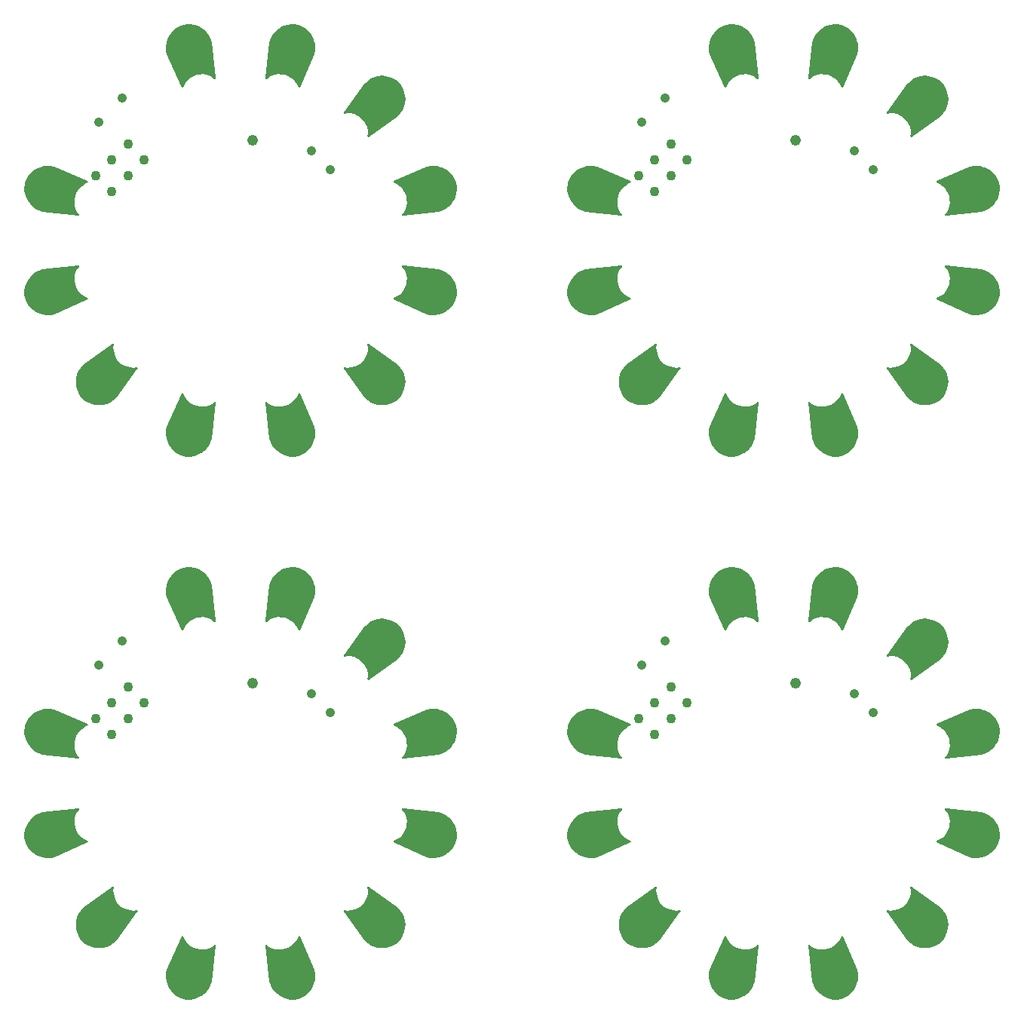
<source format=gbs>
G04 EAGLE Gerber RS-274X export*
G75*
%MOMM*%
%FSLAX34Y34*%
%LPD*%
%INSoldermask Bottom*%
%IPPOS*%
%AMOC8*
5,1,8,0,0,1.08239X$1,22.5*%
G01*
%ADD10C,4.267200*%
%ADD11C,1.053200*%
%ADD12C,1.219200*%
%ADD13C,1.092200*%

G36*
X1129923Y170822D02*
X1129923Y170822D01*
X1130015Y170840D01*
X1130081Y170843D01*
X1133990Y171701D01*
X1134078Y171734D01*
X1134143Y171747D01*
X1137870Y173206D01*
X1137951Y173252D01*
X1138013Y173276D01*
X1141466Y175299D01*
X1141539Y175357D01*
X1141596Y175390D01*
X1144690Y177929D01*
X1144745Y177988D01*
X1144795Y178031D01*
X1144807Y178049D01*
X1144831Y178070D01*
X1147370Y181163D01*
X1147419Y181243D01*
X1147461Y181294D01*
X1149485Y184747D01*
X1149520Y184833D01*
X1149554Y184890D01*
X1151013Y188617D01*
X1151034Y188708D01*
X1151059Y188770D01*
X1151917Y192679D01*
X1151921Y192729D01*
X1151928Y192752D01*
X1151929Y192794D01*
X1151939Y192837D01*
X1152174Y196832D01*
X1152167Y196925D01*
X1152171Y196991D01*
X1151779Y200974D01*
X1151757Y201065D01*
X1151751Y201131D01*
X1150741Y205003D01*
X1150705Y205089D01*
X1150689Y205154D01*
X1149085Y208820D01*
X1149036Y208900D01*
X1149010Y208961D01*
X1146852Y212332D01*
X1146791Y212403D01*
X1146756Y212459D01*
X1144098Y215451D01*
X1143997Y215537D01*
X1143943Y215593D01*
X1111416Y239634D01*
X1111414Y239635D01*
X1111412Y239637D01*
X1111290Y239702D01*
X1111166Y239770D01*
X1111164Y239770D01*
X1111162Y239771D01*
X1111026Y239800D01*
X1110888Y239830D01*
X1110886Y239830D01*
X1110884Y239831D01*
X1110742Y239821D01*
X1110604Y239812D01*
X1110602Y239811D01*
X1110600Y239811D01*
X1110468Y239762D01*
X1110337Y239715D01*
X1110335Y239714D01*
X1110333Y239713D01*
X1110221Y239631D01*
X1110107Y239548D01*
X1110106Y239547D01*
X1110104Y239545D01*
X1110017Y239433D01*
X1109932Y239324D01*
X1109931Y239322D01*
X1109930Y239320D01*
X1109878Y239189D01*
X1109826Y239060D01*
X1109826Y239058D01*
X1109825Y239056D01*
X1109824Y239038D01*
X1109798Y238777D01*
X1109803Y238747D01*
X1109801Y238721D01*
X1110146Y235111D01*
X1109917Y231574D01*
X1109126Y228118D01*
X1107794Y224833D01*
X1105955Y221802D01*
X1103657Y219103D01*
X1100958Y216804D01*
X1097927Y214966D01*
X1094642Y213634D01*
X1091186Y212843D01*
X1087649Y212614D01*
X1084039Y212959D01*
X1084037Y212958D01*
X1084035Y212959D01*
X1083893Y212952D01*
X1083755Y212946D01*
X1083753Y212945D01*
X1083751Y212945D01*
X1083617Y212899D01*
X1083485Y212855D01*
X1083484Y212853D01*
X1083482Y212853D01*
X1083370Y212775D01*
X1083252Y212692D01*
X1083251Y212691D01*
X1083249Y212690D01*
X1083163Y212583D01*
X1083072Y212472D01*
X1083072Y212470D01*
X1083071Y212469D01*
X1083018Y212343D01*
X1082961Y212210D01*
X1082961Y212208D01*
X1082960Y212206D01*
X1082944Y212071D01*
X1082927Y211928D01*
X1082927Y211926D01*
X1082927Y211924D01*
X1082949Y211789D01*
X1082972Y211647D01*
X1082973Y211645D01*
X1082973Y211644D01*
X1082981Y211628D01*
X1083094Y211390D01*
X1083114Y211367D01*
X1083126Y211344D01*
X1107167Y178817D01*
X1107260Y178723D01*
X1107309Y178662D01*
X1110301Y176004D01*
X1110379Y175952D01*
X1110428Y175908D01*
X1113799Y173750D01*
X1113884Y173711D01*
X1113940Y173675D01*
X1117606Y172072D01*
X1117696Y172047D01*
X1117757Y172019D01*
X1121629Y171009D01*
X1121722Y170998D01*
X1121786Y170981D01*
X1125769Y170589D01*
X1125862Y170593D01*
X1125928Y170586D01*
X1129923Y170822D01*
G37*
G36*
X520323Y170822D02*
X520323Y170822D01*
X520415Y170840D01*
X520481Y170843D01*
X524390Y171701D01*
X524478Y171734D01*
X524543Y171747D01*
X528270Y173206D01*
X528351Y173252D01*
X528413Y173276D01*
X531866Y175299D01*
X531939Y175357D01*
X531996Y175390D01*
X535090Y177929D01*
X535145Y177988D01*
X535195Y178031D01*
X535207Y178049D01*
X535231Y178070D01*
X537770Y181163D01*
X537819Y181243D01*
X537861Y181294D01*
X539885Y184747D01*
X539920Y184833D01*
X539954Y184890D01*
X541413Y188617D01*
X541434Y188708D01*
X541459Y188770D01*
X542317Y192679D01*
X542321Y192729D01*
X542328Y192752D01*
X542329Y192794D01*
X542339Y192837D01*
X542574Y196832D01*
X542567Y196925D01*
X542571Y196991D01*
X542179Y200974D01*
X542157Y201065D01*
X542151Y201131D01*
X541141Y205003D01*
X541105Y205089D01*
X541089Y205154D01*
X539485Y208820D01*
X539436Y208900D01*
X539410Y208961D01*
X537252Y212332D01*
X537191Y212403D01*
X537156Y212459D01*
X534498Y215451D01*
X534397Y215537D01*
X534343Y215593D01*
X501816Y239634D01*
X501814Y239635D01*
X501812Y239637D01*
X501690Y239702D01*
X501566Y239770D01*
X501564Y239770D01*
X501562Y239771D01*
X501426Y239800D01*
X501288Y239830D01*
X501286Y239830D01*
X501284Y239831D01*
X501142Y239821D01*
X501004Y239812D01*
X501002Y239811D01*
X501000Y239811D01*
X500868Y239762D01*
X500737Y239715D01*
X500735Y239714D01*
X500733Y239713D01*
X500621Y239631D01*
X500507Y239548D01*
X500506Y239547D01*
X500504Y239545D01*
X500417Y239433D01*
X500332Y239324D01*
X500331Y239322D01*
X500330Y239320D01*
X500278Y239189D01*
X500226Y239060D01*
X500226Y239058D01*
X500225Y239056D01*
X500224Y239038D01*
X500198Y238777D01*
X500203Y238747D01*
X500201Y238721D01*
X500546Y235111D01*
X500317Y231574D01*
X499526Y228118D01*
X498194Y224833D01*
X496355Y221802D01*
X494057Y219103D01*
X491358Y216804D01*
X488327Y214966D01*
X485042Y213634D01*
X481586Y212843D01*
X478049Y212614D01*
X474439Y212959D01*
X474437Y212958D01*
X474435Y212959D01*
X474293Y212952D01*
X474155Y212946D01*
X474153Y212945D01*
X474151Y212945D01*
X474017Y212899D01*
X473885Y212855D01*
X473884Y212853D01*
X473882Y212853D01*
X473770Y212775D01*
X473652Y212692D01*
X473651Y212691D01*
X473649Y212690D01*
X473563Y212583D01*
X473472Y212472D01*
X473472Y212470D01*
X473471Y212469D01*
X473418Y212343D01*
X473361Y212210D01*
X473361Y212208D01*
X473360Y212206D01*
X473344Y212071D01*
X473327Y211928D01*
X473327Y211926D01*
X473327Y211924D01*
X473349Y211789D01*
X473372Y211647D01*
X473373Y211645D01*
X473373Y211644D01*
X473381Y211628D01*
X473494Y211390D01*
X473514Y211367D01*
X473526Y211344D01*
X497567Y178817D01*
X497660Y178723D01*
X497709Y178662D01*
X500701Y176004D01*
X500779Y175952D01*
X500828Y175908D01*
X504199Y173750D01*
X504284Y173711D01*
X504340Y173675D01*
X508006Y172072D01*
X508096Y172047D01*
X508157Y172019D01*
X512029Y171009D01*
X512122Y170998D01*
X512186Y170981D01*
X516169Y170589D01*
X516262Y170593D01*
X516328Y170586D01*
X520323Y170822D01*
G37*
G36*
X1129923Y780422D02*
X1129923Y780422D01*
X1130015Y780440D01*
X1130081Y780443D01*
X1133990Y781301D01*
X1134078Y781334D01*
X1134143Y781347D01*
X1137870Y782806D01*
X1137951Y782852D01*
X1138013Y782876D01*
X1141466Y784899D01*
X1141539Y784957D01*
X1141596Y784990D01*
X1144690Y787529D01*
X1144745Y787588D01*
X1144795Y787631D01*
X1144807Y787649D01*
X1144831Y787670D01*
X1147370Y790763D01*
X1147419Y790843D01*
X1147461Y790894D01*
X1149485Y794347D01*
X1149520Y794433D01*
X1149554Y794490D01*
X1151013Y798217D01*
X1151034Y798308D01*
X1151059Y798370D01*
X1151917Y802279D01*
X1151921Y802329D01*
X1151928Y802352D01*
X1151929Y802394D01*
X1151939Y802437D01*
X1152174Y806432D01*
X1152167Y806525D01*
X1152171Y806591D01*
X1151779Y810574D01*
X1151757Y810665D01*
X1151751Y810731D01*
X1150741Y814603D01*
X1150705Y814689D01*
X1150689Y814754D01*
X1149085Y818420D01*
X1149036Y818500D01*
X1149010Y818561D01*
X1146852Y821932D01*
X1146791Y822003D01*
X1146756Y822059D01*
X1144098Y825051D01*
X1143997Y825137D01*
X1143943Y825193D01*
X1111416Y849234D01*
X1111414Y849235D01*
X1111412Y849237D01*
X1111290Y849302D01*
X1111166Y849370D01*
X1111164Y849370D01*
X1111162Y849371D01*
X1111026Y849400D01*
X1110888Y849430D01*
X1110886Y849430D01*
X1110884Y849431D01*
X1110742Y849421D01*
X1110604Y849412D01*
X1110602Y849411D01*
X1110600Y849411D01*
X1110468Y849362D01*
X1110337Y849315D01*
X1110335Y849314D01*
X1110333Y849313D01*
X1110221Y849231D01*
X1110107Y849148D01*
X1110106Y849147D01*
X1110104Y849145D01*
X1110017Y849033D01*
X1109932Y848924D01*
X1109931Y848922D01*
X1109930Y848920D01*
X1109878Y848789D01*
X1109826Y848660D01*
X1109826Y848658D01*
X1109825Y848656D01*
X1109824Y848638D01*
X1109798Y848377D01*
X1109803Y848347D01*
X1109801Y848321D01*
X1110146Y844711D01*
X1109917Y841174D01*
X1109126Y837718D01*
X1107794Y834433D01*
X1105955Y831402D01*
X1103657Y828703D01*
X1100958Y826404D01*
X1097927Y824566D01*
X1094642Y823234D01*
X1091186Y822443D01*
X1087649Y822214D01*
X1084039Y822559D01*
X1084037Y822558D01*
X1084035Y822559D01*
X1083893Y822552D01*
X1083755Y822546D01*
X1083753Y822545D01*
X1083751Y822545D01*
X1083617Y822499D01*
X1083485Y822455D01*
X1083484Y822453D01*
X1083482Y822453D01*
X1083370Y822375D01*
X1083252Y822292D01*
X1083251Y822291D01*
X1083249Y822290D01*
X1083163Y822183D01*
X1083072Y822072D01*
X1083072Y822070D01*
X1083071Y822069D01*
X1083018Y821943D01*
X1082961Y821810D01*
X1082961Y821808D01*
X1082960Y821806D01*
X1082944Y821671D01*
X1082927Y821528D01*
X1082927Y821526D01*
X1082927Y821524D01*
X1082949Y821389D01*
X1082972Y821247D01*
X1082973Y821245D01*
X1082973Y821244D01*
X1082981Y821228D01*
X1083094Y820990D01*
X1083114Y820967D01*
X1083126Y820944D01*
X1107167Y788417D01*
X1107260Y788323D01*
X1107309Y788262D01*
X1110301Y785604D01*
X1110379Y785552D01*
X1110428Y785508D01*
X1113799Y783350D01*
X1113884Y783311D01*
X1113940Y783275D01*
X1117606Y781672D01*
X1117696Y781647D01*
X1117757Y781619D01*
X1121629Y780609D01*
X1121722Y780598D01*
X1121786Y780581D01*
X1125769Y780189D01*
X1125862Y780193D01*
X1125928Y780186D01*
X1129923Y780422D01*
G37*
G36*
X520323Y780422D02*
X520323Y780422D01*
X520415Y780440D01*
X520481Y780443D01*
X524390Y781301D01*
X524478Y781334D01*
X524543Y781347D01*
X528270Y782806D01*
X528351Y782852D01*
X528413Y782876D01*
X531866Y784899D01*
X531939Y784957D01*
X531996Y784990D01*
X535090Y787529D01*
X535145Y787588D01*
X535195Y787631D01*
X535207Y787649D01*
X535231Y787670D01*
X537770Y790763D01*
X537819Y790843D01*
X537861Y790894D01*
X539885Y794347D01*
X539920Y794433D01*
X539954Y794490D01*
X541413Y798217D01*
X541434Y798308D01*
X541459Y798370D01*
X542317Y802279D01*
X542321Y802329D01*
X542328Y802352D01*
X542329Y802394D01*
X542339Y802437D01*
X542574Y806432D01*
X542567Y806525D01*
X542571Y806591D01*
X542179Y810574D01*
X542157Y810665D01*
X542151Y810731D01*
X541141Y814603D01*
X541105Y814689D01*
X541089Y814754D01*
X539485Y818420D01*
X539436Y818500D01*
X539410Y818561D01*
X537252Y821932D01*
X537191Y822003D01*
X537156Y822059D01*
X534498Y825051D01*
X534397Y825137D01*
X534343Y825193D01*
X501816Y849234D01*
X501814Y849235D01*
X501812Y849237D01*
X501690Y849302D01*
X501566Y849370D01*
X501564Y849370D01*
X501562Y849371D01*
X501426Y849400D01*
X501288Y849430D01*
X501286Y849430D01*
X501284Y849431D01*
X501142Y849421D01*
X501004Y849412D01*
X501002Y849411D01*
X501000Y849411D01*
X500868Y849362D01*
X500737Y849315D01*
X500735Y849314D01*
X500733Y849313D01*
X500621Y849231D01*
X500507Y849148D01*
X500506Y849147D01*
X500504Y849145D01*
X500417Y849033D01*
X500332Y848924D01*
X500331Y848922D01*
X500330Y848920D01*
X500278Y848789D01*
X500226Y848660D01*
X500226Y848658D01*
X500225Y848656D01*
X500224Y848638D01*
X500198Y848377D01*
X500203Y848347D01*
X500201Y848321D01*
X500546Y844711D01*
X500317Y841174D01*
X499526Y837718D01*
X498194Y834433D01*
X496355Y831402D01*
X494057Y828703D01*
X491358Y826404D01*
X488327Y824566D01*
X485042Y823234D01*
X481586Y822443D01*
X478049Y822214D01*
X474439Y822559D01*
X474437Y822558D01*
X474435Y822559D01*
X474293Y822552D01*
X474155Y822546D01*
X474153Y822545D01*
X474151Y822545D01*
X474017Y822499D01*
X473885Y822455D01*
X473884Y822453D01*
X473882Y822453D01*
X473770Y822375D01*
X473652Y822292D01*
X473651Y822291D01*
X473649Y822290D01*
X473563Y822183D01*
X473472Y822072D01*
X473472Y822070D01*
X473471Y822069D01*
X473418Y821943D01*
X473361Y821810D01*
X473361Y821808D01*
X473360Y821806D01*
X473344Y821671D01*
X473327Y821528D01*
X473327Y821526D01*
X473327Y821524D01*
X473349Y821389D01*
X473372Y821247D01*
X473373Y821245D01*
X473373Y821244D01*
X473381Y821228D01*
X473494Y820990D01*
X473514Y820967D01*
X473526Y820944D01*
X497567Y788417D01*
X497660Y788323D01*
X497709Y788262D01*
X500701Y785604D01*
X500779Y785552D01*
X500828Y785508D01*
X504199Y783350D01*
X504284Y783311D01*
X504340Y783275D01*
X508006Y781672D01*
X508096Y781647D01*
X508157Y781619D01*
X512029Y780609D01*
X512122Y780598D01*
X512186Y780581D01*
X516169Y780189D01*
X516262Y780193D01*
X516328Y780186D01*
X520323Y780422D01*
G37*
G36*
X199104Y170593D02*
X199104Y170593D01*
X199170Y170589D01*
X203153Y170981D01*
X203244Y171003D01*
X203310Y171009D01*
X207182Y172019D01*
X207268Y172055D01*
X207333Y172071D01*
X210999Y173675D01*
X211079Y173724D01*
X211140Y173750D01*
X214511Y175908D01*
X214582Y175968D01*
X214638Y176004D01*
X217630Y178662D01*
X217716Y178763D01*
X217772Y178817D01*
X241813Y211344D01*
X241814Y211346D01*
X241816Y211347D01*
X241881Y211470D01*
X241949Y211594D01*
X241949Y211596D01*
X241950Y211598D01*
X241979Y211734D01*
X242009Y211872D01*
X242009Y211874D01*
X242010Y211876D01*
X242000Y212018D01*
X241991Y212156D01*
X241990Y212158D01*
X241990Y212160D01*
X241941Y212292D01*
X241894Y212423D01*
X241893Y212425D01*
X241892Y212427D01*
X241810Y212539D01*
X241727Y212653D01*
X241726Y212654D01*
X241724Y212656D01*
X241612Y212743D01*
X241503Y212828D01*
X241501Y212829D01*
X241499Y212830D01*
X241368Y212882D01*
X241239Y212934D01*
X241237Y212934D01*
X241235Y212935D01*
X241217Y212936D01*
X240956Y212962D01*
X240926Y212957D01*
X240900Y212959D01*
X237290Y212614D01*
X233753Y212843D01*
X230297Y213634D01*
X227012Y214966D01*
X223981Y216804D01*
X221282Y219103D01*
X218983Y221802D01*
X217145Y224833D01*
X215813Y228118D01*
X215022Y231574D01*
X214793Y235111D01*
X215138Y238721D01*
X215137Y238723D01*
X215138Y238725D01*
X215131Y238867D01*
X215125Y239005D01*
X215124Y239007D01*
X215124Y239009D01*
X215078Y239143D01*
X215034Y239275D01*
X215032Y239276D01*
X215032Y239278D01*
X214954Y239390D01*
X214871Y239508D01*
X214870Y239509D01*
X214869Y239511D01*
X214762Y239597D01*
X214651Y239687D01*
X214649Y239688D01*
X214648Y239689D01*
X214522Y239742D01*
X214389Y239799D01*
X214387Y239799D01*
X214385Y239800D01*
X214250Y239816D01*
X214107Y239833D01*
X214105Y239833D01*
X214103Y239833D01*
X213968Y239811D01*
X213826Y239788D01*
X213824Y239787D01*
X213823Y239786D01*
X213807Y239779D01*
X213569Y239666D01*
X213546Y239646D01*
X213523Y239634D01*
X180996Y215593D01*
X180902Y215500D01*
X180841Y215451D01*
X178183Y212459D01*
X178131Y212381D01*
X178087Y212332D01*
X175929Y208961D01*
X175890Y208876D01*
X175854Y208820D01*
X174251Y205154D01*
X174226Y205064D01*
X174198Y205003D01*
X173188Y201131D01*
X173177Y201038D01*
X173160Y200974D01*
X172768Y196991D01*
X172772Y196898D01*
X172765Y196832D01*
X173001Y192837D01*
X173005Y192817D01*
X173004Y192803D01*
X173018Y192749D01*
X173019Y192745D01*
X173022Y192679D01*
X173880Y188770D01*
X173913Y188682D01*
X173926Y188617D01*
X175385Y184890D01*
X175431Y184809D01*
X175455Y184747D01*
X177478Y181294D01*
X177536Y181221D01*
X177569Y181164D01*
X180108Y178070D01*
X180198Y177987D01*
X180249Y177929D01*
X183342Y175390D01*
X183422Y175341D01*
X183473Y175299D01*
X186926Y173275D01*
X187012Y173240D01*
X187069Y173206D01*
X190796Y171747D01*
X190887Y171726D01*
X190949Y171701D01*
X194858Y170843D01*
X194951Y170836D01*
X195016Y170821D01*
X199011Y170586D01*
X199104Y170593D01*
G37*
G36*
X808704Y170593D02*
X808704Y170593D01*
X808770Y170589D01*
X812753Y170981D01*
X812844Y171003D01*
X812910Y171009D01*
X816782Y172019D01*
X816868Y172055D01*
X816933Y172071D01*
X820599Y173675D01*
X820679Y173724D01*
X820740Y173750D01*
X824111Y175908D01*
X824182Y175968D01*
X824238Y176004D01*
X827230Y178662D01*
X827316Y178763D01*
X827372Y178817D01*
X851413Y211344D01*
X851414Y211346D01*
X851416Y211347D01*
X851481Y211470D01*
X851549Y211594D01*
X851549Y211596D01*
X851550Y211598D01*
X851579Y211734D01*
X851609Y211872D01*
X851609Y211874D01*
X851610Y211876D01*
X851600Y212018D01*
X851591Y212156D01*
X851590Y212158D01*
X851590Y212160D01*
X851541Y212292D01*
X851494Y212423D01*
X851493Y212425D01*
X851492Y212427D01*
X851410Y212539D01*
X851327Y212653D01*
X851326Y212654D01*
X851324Y212656D01*
X851212Y212743D01*
X851103Y212828D01*
X851101Y212829D01*
X851099Y212830D01*
X850968Y212882D01*
X850839Y212934D01*
X850837Y212934D01*
X850835Y212935D01*
X850817Y212936D01*
X850556Y212962D01*
X850526Y212957D01*
X850500Y212959D01*
X846890Y212614D01*
X843353Y212843D01*
X839897Y213634D01*
X836612Y214966D01*
X833581Y216804D01*
X830882Y219103D01*
X828583Y221802D01*
X826745Y224833D01*
X825413Y228118D01*
X824622Y231574D01*
X824393Y235111D01*
X824738Y238721D01*
X824737Y238723D01*
X824738Y238725D01*
X824731Y238867D01*
X824725Y239005D01*
X824724Y239007D01*
X824724Y239009D01*
X824678Y239143D01*
X824634Y239275D01*
X824632Y239276D01*
X824632Y239278D01*
X824554Y239390D01*
X824471Y239508D01*
X824470Y239509D01*
X824469Y239511D01*
X824362Y239597D01*
X824251Y239687D01*
X824249Y239688D01*
X824248Y239689D01*
X824122Y239742D01*
X823989Y239799D01*
X823987Y239799D01*
X823985Y239800D01*
X823850Y239816D01*
X823707Y239833D01*
X823705Y239833D01*
X823703Y239833D01*
X823568Y239811D01*
X823426Y239788D01*
X823424Y239787D01*
X823423Y239786D01*
X823407Y239779D01*
X823169Y239666D01*
X823146Y239646D01*
X823123Y239634D01*
X790596Y215593D01*
X790502Y215500D01*
X790441Y215451D01*
X787783Y212459D01*
X787731Y212381D01*
X787687Y212332D01*
X785529Y208961D01*
X785490Y208876D01*
X785454Y208820D01*
X783851Y205154D01*
X783826Y205064D01*
X783798Y205003D01*
X782788Y201131D01*
X782777Y201038D01*
X782760Y200974D01*
X782368Y196991D01*
X782372Y196898D01*
X782365Y196832D01*
X782601Y192837D01*
X782605Y192817D01*
X782604Y192803D01*
X782618Y192749D01*
X782619Y192745D01*
X782622Y192679D01*
X783480Y188770D01*
X783513Y188682D01*
X783526Y188617D01*
X784985Y184890D01*
X785031Y184809D01*
X785055Y184747D01*
X787078Y181294D01*
X787136Y181221D01*
X787169Y181164D01*
X789708Y178070D01*
X789798Y177987D01*
X789849Y177929D01*
X792942Y175390D01*
X793022Y175341D01*
X793073Y175299D01*
X796526Y173275D01*
X796612Y173240D01*
X796669Y173206D01*
X800396Y171747D01*
X800487Y171726D01*
X800549Y171701D01*
X804458Y170843D01*
X804551Y170836D01*
X804616Y170821D01*
X808611Y170586D01*
X808704Y170593D01*
G37*
G36*
X808704Y780193D02*
X808704Y780193D01*
X808770Y780189D01*
X812753Y780581D01*
X812844Y780603D01*
X812910Y780609D01*
X816782Y781619D01*
X816868Y781655D01*
X816933Y781671D01*
X820599Y783275D01*
X820679Y783324D01*
X820740Y783350D01*
X824111Y785508D01*
X824182Y785568D01*
X824238Y785604D01*
X827230Y788262D01*
X827316Y788363D01*
X827372Y788417D01*
X851413Y820944D01*
X851414Y820946D01*
X851416Y820947D01*
X851481Y821070D01*
X851549Y821194D01*
X851549Y821196D01*
X851550Y821198D01*
X851579Y821334D01*
X851609Y821472D01*
X851609Y821474D01*
X851610Y821476D01*
X851600Y821618D01*
X851591Y821756D01*
X851590Y821758D01*
X851590Y821760D01*
X851541Y821892D01*
X851494Y822023D01*
X851493Y822025D01*
X851492Y822027D01*
X851410Y822139D01*
X851327Y822253D01*
X851326Y822254D01*
X851324Y822256D01*
X851212Y822343D01*
X851103Y822428D01*
X851101Y822429D01*
X851099Y822430D01*
X850968Y822482D01*
X850839Y822534D01*
X850837Y822534D01*
X850835Y822535D01*
X850817Y822536D01*
X850556Y822562D01*
X850526Y822557D01*
X850500Y822559D01*
X846890Y822214D01*
X843353Y822443D01*
X839897Y823234D01*
X836612Y824566D01*
X833581Y826404D01*
X830882Y828703D01*
X828583Y831402D01*
X826745Y834433D01*
X825413Y837718D01*
X824622Y841174D01*
X824393Y844711D01*
X824738Y848321D01*
X824737Y848323D01*
X824738Y848325D01*
X824731Y848467D01*
X824725Y848605D01*
X824724Y848607D01*
X824724Y848609D01*
X824678Y848743D01*
X824634Y848875D01*
X824632Y848876D01*
X824632Y848878D01*
X824554Y848990D01*
X824471Y849108D01*
X824470Y849109D01*
X824469Y849111D01*
X824362Y849197D01*
X824251Y849287D01*
X824249Y849288D01*
X824248Y849289D01*
X824122Y849342D01*
X823989Y849399D01*
X823987Y849399D01*
X823985Y849400D01*
X823850Y849416D01*
X823707Y849433D01*
X823705Y849433D01*
X823703Y849433D01*
X823568Y849411D01*
X823426Y849388D01*
X823424Y849387D01*
X823423Y849386D01*
X823407Y849379D01*
X823169Y849266D01*
X823146Y849246D01*
X823123Y849234D01*
X790596Y825193D01*
X790502Y825100D01*
X790441Y825051D01*
X787783Y822059D01*
X787731Y821981D01*
X787687Y821932D01*
X785529Y818561D01*
X785490Y818476D01*
X785454Y818420D01*
X783851Y814754D01*
X783826Y814664D01*
X783798Y814603D01*
X782788Y810731D01*
X782777Y810638D01*
X782760Y810574D01*
X782368Y806591D01*
X782372Y806498D01*
X782365Y806432D01*
X782601Y802437D01*
X782605Y802417D01*
X782604Y802403D01*
X782618Y802349D01*
X782619Y802345D01*
X782622Y802279D01*
X783480Y798370D01*
X783513Y798282D01*
X783526Y798217D01*
X784985Y794490D01*
X785031Y794409D01*
X785055Y794347D01*
X787078Y790894D01*
X787136Y790821D01*
X787169Y790764D01*
X789708Y787670D01*
X789798Y787587D01*
X789849Y787529D01*
X792942Y784990D01*
X793022Y784941D01*
X793073Y784899D01*
X796526Y782875D01*
X796612Y782840D01*
X796669Y782806D01*
X800396Y781347D01*
X800487Y781326D01*
X800549Y781301D01*
X804458Y780443D01*
X804551Y780436D01*
X804616Y780421D01*
X808611Y780186D01*
X808704Y780193D01*
G37*
G36*
X199104Y780193D02*
X199104Y780193D01*
X199170Y780189D01*
X203153Y780581D01*
X203244Y780603D01*
X203310Y780609D01*
X207182Y781619D01*
X207268Y781655D01*
X207333Y781671D01*
X210999Y783275D01*
X211079Y783324D01*
X211140Y783350D01*
X214511Y785508D01*
X214582Y785568D01*
X214638Y785604D01*
X217630Y788262D01*
X217716Y788363D01*
X217772Y788417D01*
X241813Y820944D01*
X241814Y820946D01*
X241816Y820947D01*
X241881Y821070D01*
X241949Y821194D01*
X241949Y821196D01*
X241950Y821198D01*
X241979Y821334D01*
X242009Y821472D01*
X242009Y821474D01*
X242010Y821476D01*
X242000Y821618D01*
X241991Y821756D01*
X241990Y821758D01*
X241990Y821760D01*
X241941Y821892D01*
X241894Y822023D01*
X241893Y822025D01*
X241892Y822027D01*
X241810Y822139D01*
X241727Y822253D01*
X241726Y822254D01*
X241724Y822256D01*
X241612Y822343D01*
X241503Y822428D01*
X241501Y822429D01*
X241499Y822430D01*
X241368Y822482D01*
X241239Y822534D01*
X241237Y822534D01*
X241235Y822535D01*
X241217Y822536D01*
X240956Y822562D01*
X240926Y822557D01*
X240900Y822559D01*
X237290Y822214D01*
X233753Y822443D01*
X230297Y823234D01*
X227012Y824566D01*
X223981Y826404D01*
X221282Y828703D01*
X218983Y831402D01*
X217145Y834433D01*
X215813Y837718D01*
X215022Y841174D01*
X214793Y844711D01*
X215138Y848321D01*
X215137Y848323D01*
X215138Y848325D01*
X215131Y848467D01*
X215125Y848605D01*
X215124Y848607D01*
X215124Y848609D01*
X215078Y848743D01*
X215034Y848875D01*
X215032Y848876D01*
X215032Y848878D01*
X214954Y848990D01*
X214871Y849108D01*
X214870Y849109D01*
X214869Y849111D01*
X214762Y849197D01*
X214651Y849287D01*
X214649Y849288D01*
X214648Y849289D01*
X214522Y849342D01*
X214389Y849399D01*
X214387Y849399D01*
X214385Y849400D01*
X214250Y849416D01*
X214107Y849433D01*
X214105Y849433D01*
X214103Y849433D01*
X213968Y849411D01*
X213826Y849388D01*
X213824Y849387D01*
X213823Y849386D01*
X213807Y849379D01*
X213569Y849266D01*
X213546Y849246D01*
X213523Y849234D01*
X180996Y825193D01*
X180902Y825100D01*
X180841Y825051D01*
X178183Y822059D01*
X178131Y821981D01*
X178087Y821932D01*
X175929Y818561D01*
X175890Y818476D01*
X175854Y818420D01*
X174251Y814754D01*
X174226Y814664D01*
X174198Y814603D01*
X173188Y810731D01*
X173177Y810638D01*
X173160Y810574D01*
X172768Y806591D01*
X172772Y806498D01*
X172765Y806432D01*
X173001Y802437D01*
X173005Y802417D01*
X173004Y802403D01*
X173018Y802349D01*
X173019Y802345D01*
X173022Y802279D01*
X173880Y798370D01*
X173913Y798282D01*
X173926Y798217D01*
X175385Y794490D01*
X175431Y794409D01*
X175455Y794347D01*
X177478Y790894D01*
X177536Y790821D01*
X177569Y790764D01*
X180108Y787670D01*
X180198Y787587D01*
X180249Y787529D01*
X183342Y784990D01*
X183422Y784941D01*
X183473Y784899D01*
X186926Y782875D01*
X187012Y782840D01*
X187069Y782806D01*
X190796Y781347D01*
X190887Y781326D01*
X190949Y781301D01*
X194858Y780443D01*
X194951Y780436D01*
X195016Y780421D01*
X199011Y780186D01*
X199104Y780193D01*
G37*
G36*
X501234Y1080748D02*
X501234Y1080748D01*
X501236Y1080748D01*
X501371Y1080770D01*
X501513Y1080793D01*
X501514Y1080794D01*
X501516Y1080794D01*
X501532Y1080802D01*
X501770Y1080915D01*
X501793Y1080935D01*
X501816Y1080947D01*
X534343Y1104988D01*
X534437Y1105081D01*
X534498Y1105130D01*
X534785Y1105454D01*
X537156Y1108122D01*
X537208Y1108200D01*
X537252Y1108249D01*
X539410Y1111620D01*
X539449Y1111705D01*
X539485Y1111761D01*
X541088Y1115427D01*
X541113Y1115517D01*
X541141Y1115578D01*
X542151Y1119450D01*
X542161Y1119543D01*
X542179Y1119607D01*
X542571Y1123590D01*
X542567Y1123683D01*
X542574Y1123749D01*
X542338Y1127744D01*
X542320Y1127836D01*
X542317Y1127902D01*
X541459Y1131811D01*
X541426Y1131899D01*
X541413Y1131964D01*
X539954Y1135691D01*
X539908Y1135772D01*
X539884Y1135834D01*
X537861Y1139287D01*
X537803Y1139360D01*
X537770Y1139417D01*
X535231Y1142511D01*
X535141Y1142594D01*
X535090Y1142652D01*
X531996Y1145191D01*
X531917Y1145240D01*
X531866Y1145282D01*
X528413Y1147306D01*
X528327Y1147341D01*
X528270Y1147375D01*
X524543Y1148834D01*
X524452Y1148855D01*
X524390Y1148880D01*
X520481Y1149738D01*
X520388Y1149745D01*
X520323Y1149760D01*
X516328Y1149995D01*
X516235Y1149988D01*
X516169Y1149992D01*
X512186Y1149600D01*
X512095Y1149578D01*
X512029Y1149572D01*
X508157Y1148562D01*
X508070Y1148526D01*
X508006Y1148510D01*
X504339Y1146906D01*
X504260Y1146857D01*
X504199Y1146831D01*
X500828Y1144673D01*
X500757Y1144612D01*
X500701Y1144577D01*
X497709Y1141919D01*
X497623Y1141818D01*
X497567Y1141764D01*
X473526Y1109237D01*
X473525Y1109235D01*
X473523Y1109233D01*
X473458Y1109111D01*
X473390Y1108987D01*
X473390Y1108985D01*
X473389Y1108983D01*
X473360Y1108847D01*
X473330Y1108709D01*
X473330Y1108707D01*
X473329Y1108705D01*
X473339Y1108563D01*
X473348Y1108425D01*
X473349Y1108423D01*
X473349Y1108421D01*
X473398Y1108289D01*
X473445Y1108158D01*
X473446Y1108156D01*
X473447Y1108154D01*
X473529Y1108041D01*
X473612Y1107928D01*
X473613Y1107927D01*
X473615Y1107925D01*
X473727Y1107838D01*
X473836Y1107753D01*
X473838Y1107752D01*
X473839Y1107751D01*
X473971Y1107699D01*
X474100Y1107647D01*
X474102Y1107647D01*
X474104Y1107646D01*
X474122Y1107645D01*
X474383Y1107619D01*
X474413Y1107624D01*
X474439Y1107622D01*
X478049Y1107967D01*
X481586Y1107738D01*
X485042Y1106947D01*
X488327Y1105615D01*
X491358Y1103776D01*
X494057Y1101478D01*
X496355Y1098779D01*
X498194Y1095748D01*
X499526Y1092463D01*
X500317Y1089007D01*
X500546Y1085470D01*
X500201Y1081860D01*
X500202Y1081858D01*
X500201Y1081856D01*
X500208Y1081714D01*
X500214Y1081576D01*
X500215Y1081574D01*
X500215Y1081572D01*
X500261Y1081438D01*
X500305Y1081306D01*
X500307Y1081305D01*
X500307Y1081303D01*
X500385Y1081191D01*
X500468Y1081073D01*
X500469Y1081072D01*
X500470Y1081070D01*
X500577Y1080984D01*
X500688Y1080893D01*
X500690Y1080893D01*
X500691Y1080892D01*
X500817Y1080839D01*
X500950Y1080782D01*
X500952Y1080782D01*
X500954Y1080781D01*
X501089Y1080765D01*
X501232Y1080748D01*
X501234Y1080748D01*
G37*
G36*
X1110834Y1080748D02*
X1110834Y1080748D01*
X1110836Y1080748D01*
X1110971Y1080770D01*
X1111113Y1080793D01*
X1111114Y1080794D01*
X1111116Y1080794D01*
X1111132Y1080802D01*
X1111370Y1080915D01*
X1111393Y1080935D01*
X1111416Y1080947D01*
X1143943Y1104988D01*
X1144037Y1105081D01*
X1144098Y1105130D01*
X1144385Y1105454D01*
X1146756Y1108122D01*
X1146808Y1108200D01*
X1146852Y1108249D01*
X1149010Y1111620D01*
X1149049Y1111705D01*
X1149085Y1111761D01*
X1150688Y1115427D01*
X1150713Y1115517D01*
X1150741Y1115578D01*
X1151751Y1119450D01*
X1151761Y1119543D01*
X1151779Y1119607D01*
X1152171Y1123590D01*
X1152167Y1123683D01*
X1152174Y1123749D01*
X1151938Y1127744D01*
X1151920Y1127836D01*
X1151917Y1127902D01*
X1151059Y1131811D01*
X1151026Y1131899D01*
X1151013Y1131964D01*
X1149554Y1135691D01*
X1149508Y1135772D01*
X1149484Y1135834D01*
X1147461Y1139287D01*
X1147403Y1139360D01*
X1147370Y1139417D01*
X1144831Y1142511D01*
X1144741Y1142594D01*
X1144690Y1142652D01*
X1141596Y1145191D01*
X1141517Y1145240D01*
X1141466Y1145282D01*
X1138013Y1147306D01*
X1137927Y1147341D01*
X1137870Y1147375D01*
X1134143Y1148834D01*
X1134052Y1148855D01*
X1133990Y1148880D01*
X1130081Y1149738D01*
X1129988Y1149745D01*
X1129923Y1149760D01*
X1125928Y1149995D01*
X1125835Y1149988D01*
X1125769Y1149992D01*
X1121786Y1149600D01*
X1121695Y1149578D01*
X1121629Y1149572D01*
X1117757Y1148562D01*
X1117670Y1148526D01*
X1117606Y1148510D01*
X1113939Y1146906D01*
X1113860Y1146857D01*
X1113799Y1146831D01*
X1110428Y1144673D01*
X1110357Y1144612D01*
X1110301Y1144577D01*
X1107309Y1141919D01*
X1107223Y1141818D01*
X1107167Y1141764D01*
X1083126Y1109237D01*
X1083125Y1109235D01*
X1083123Y1109233D01*
X1083058Y1109111D01*
X1082990Y1108987D01*
X1082990Y1108985D01*
X1082989Y1108983D01*
X1082960Y1108847D01*
X1082930Y1108709D01*
X1082930Y1108707D01*
X1082929Y1108705D01*
X1082939Y1108563D01*
X1082948Y1108425D01*
X1082949Y1108423D01*
X1082949Y1108421D01*
X1082998Y1108289D01*
X1083045Y1108158D01*
X1083046Y1108156D01*
X1083047Y1108154D01*
X1083129Y1108041D01*
X1083212Y1107928D01*
X1083213Y1107927D01*
X1083215Y1107925D01*
X1083327Y1107838D01*
X1083436Y1107753D01*
X1083438Y1107752D01*
X1083439Y1107751D01*
X1083571Y1107699D01*
X1083700Y1107647D01*
X1083702Y1107647D01*
X1083704Y1107646D01*
X1083722Y1107645D01*
X1083983Y1107619D01*
X1084013Y1107624D01*
X1084039Y1107622D01*
X1087649Y1107967D01*
X1091186Y1107738D01*
X1094642Y1106947D01*
X1097927Y1105615D01*
X1100958Y1103776D01*
X1103657Y1101478D01*
X1105955Y1098779D01*
X1107794Y1095748D01*
X1109126Y1092463D01*
X1109917Y1089007D01*
X1110146Y1085470D01*
X1109801Y1081860D01*
X1109802Y1081858D01*
X1109801Y1081856D01*
X1109808Y1081714D01*
X1109814Y1081576D01*
X1109815Y1081574D01*
X1109815Y1081572D01*
X1109861Y1081438D01*
X1109905Y1081306D01*
X1109907Y1081305D01*
X1109907Y1081303D01*
X1109985Y1081191D01*
X1110068Y1081073D01*
X1110069Y1081072D01*
X1110070Y1081070D01*
X1110177Y1080984D01*
X1110288Y1080893D01*
X1110290Y1080893D01*
X1110291Y1080892D01*
X1110417Y1080839D01*
X1110550Y1080782D01*
X1110552Y1080782D01*
X1110554Y1080781D01*
X1110689Y1080765D01*
X1110832Y1080748D01*
X1110834Y1080748D01*
G37*
G36*
X501234Y471148D02*
X501234Y471148D01*
X501236Y471148D01*
X501371Y471170D01*
X501513Y471193D01*
X501514Y471194D01*
X501516Y471194D01*
X501532Y471202D01*
X501770Y471315D01*
X501793Y471335D01*
X501816Y471347D01*
X534343Y495388D01*
X534437Y495481D01*
X534498Y495530D01*
X534785Y495854D01*
X537156Y498522D01*
X537208Y498600D01*
X537252Y498649D01*
X539410Y502020D01*
X539449Y502105D01*
X539485Y502161D01*
X541088Y505827D01*
X541113Y505917D01*
X541141Y505978D01*
X542151Y509850D01*
X542161Y509943D01*
X542179Y510007D01*
X542571Y513990D01*
X542567Y514083D01*
X542574Y514149D01*
X542338Y518144D01*
X542320Y518236D01*
X542317Y518302D01*
X541459Y522211D01*
X541426Y522299D01*
X541413Y522364D01*
X539954Y526091D01*
X539908Y526172D01*
X539884Y526234D01*
X537861Y529687D01*
X537803Y529760D01*
X537770Y529817D01*
X535231Y532911D01*
X535141Y532994D01*
X535090Y533052D01*
X531996Y535591D01*
X531917Y535640D01*
X531866Y535682D01*
X528413Y537706D01*
X528327Y537741D01*
X528270Y537775D01*
X524543Y539234D01*
X524452Y539255D01*
X524390Y539280D01*
X520481Y540138D01*
X520388Y540145D01*
X520323Y540160D01*
X516328Y540395D01*
X516235Y540388D01*
X516169Y540392D01*
X512186Y540000D01*
X512095Y539978D01*
X512029Y539972D01*
X508157Y538962D01*
X508070Y538926D01*
X508006Y538910D01*
X504339Y537306D01*
X504260Y537257D01*
X504199Y537231D01*
X500828Y535073D01*
X500757Y535012D01*
X500701Y534977D01*
X497709Y532319D01*
X497623Y532218D01*
X497567Y532164D01*
X473526Y499637D01*
X473525Y499635D01*
X473523Y499633D01*
X473458Y499511D01*
X473390Y499387D01*
X473390Y499385D01*
X473389Y499383D01*
X473360Y499247D01*
X473330Y499109D01*
X473330Y499107D01*
X473329Y499105D01*
X473339Y498963D01*
X473348Y498825D01*
X473349Y498823D01*
X473349Y498821D01*
X473398Y498689D01*
X473445Y498558D01*
X473446Y498556D01*
X473447Y498554D01*
X473529Y498441D01*
X473612Y498328D01*
X473613Y498327D01*
X473615Y498325D01*
X473727Y498238D01*
X473836Y498153D01*
X473838Y498152D01*
X473839Y498151D01*
X473971Y498099D01*
X474100Y498047D01*
X474102Y498047D01*
X474104Y498046D01*
X474122Y498045D01*
X474383Y498019D01*
X474413Y498024D01*
X474439Y498022D01*
X478049Y498367D01*
X481586Y498138D01*
X485042Y497347D01*
X488327Y496015D01*
X491358Y494176D01*
X494057Y491878D01*
X496355Y489179D01*
X498194Y486148D01*
X499526Y482863D01*
X500317Y479407D01*
X500546Y475870D01*
X500201Y472260D01*
X500202Y472258D01*
X500201Y472256D01*
X500208Y472114D01*
X500214Y471976D01*
X500215Y471974D01*
X500215Y471972D01*
X500261Y471838D01*
X500305Y471706D01*
X500307Y471705D01*
X500307Y471703D01*
X500385Y471591D01*
X500468Y471473D01*
X500469Y471472D01*
X500470Y471470D01*
X500577Y471384D01*
X500688Y471293D01*
X500690Y471293D01*
X500691Y471292D01*
X500817Y471239D01*
X500950Y471182D01*
X500952Y471182D01*
X500954Y471181D01*
X501089Y471165D01*
X501232Y471148D01*
X501234Y471148D01*
G37*
G36*
X1110834Y471148D02*
X1110834Y471148D01*
X1110836Y471148D01*
X1110971Y471170D01*
X1111113Y471193D01*
X1111114Y471194D01*
X1111116Y471194D01*
X1111132Y471202D01*
X1111370Y471315D01*
X1111393Y471335D01*
X1111416Y471347D01*
X1143943Y495388D01*
X1144037Y495481D01*
X1144098Y495530D01*
X1144385Y495854D01*
X1146756Y498522D01*
X1146808Y498600D01*
X1146852Y498649D01*
X1149010Y502020D01*
X1149049Y502105D01*
X1149085Y502161D01*
X1150688Y505827D01*
X1150713Y505917D01*
X1150741Y505978D01*
X1151751Y509850D01*
X1151761Y509943D01*
X1151779Y510007D01*
X1152171Y513990D01*
X1152167Y514083D01*
X1152174Y514149D01*
X1151938Y518144D01*
X1151920Y518236D01*
X1151917Y518302D01*
X1151059Y522211D01*
X1151026Y522299D01*
X1151013Y522364D01*
X1149554Y526091D01*
X1149508Y526172D01*
X1149484Y526234D01*
X1147461Y529687D01*
X1147403Y529760D01*
X1147370Y529817D01*
X1144831Y532911D01*
X1144741Y532994D01*
X1144690Y533052D01*
X1141596Y535591D01*
X1141517Y535640D01*
X1141466Y535682D01*
X1138013Y537706D01*
X1137927Y537741D01*
X1137870Y537775D01*
X1134143Y539234D01*
X1134052Y539255D01*
X1133990Y539280D01*
X1130081Y540138D01*
X1129988Y540145D01*
X1129923Y540160D01*
X1125928Y540395D01*
X1125835Y540388D01*
X1125769Y540392D01*
X1121786Y540000D01*
X1121695Y539978D01*
X1121629Y539972D01*
X1117757Y538962D01*
X1117670Y538926D01*
X1117606Y538910D01*
X1113939Y537306D01*
X1113860Y537257D01*
X1113799Y537231D01*
X1110428Y535073D01*
X1110357Y535012D01*
X1110301Y534977D01*
X1107309Y532319D01*
X1107223Y532218D01*
X1107167Y532164D01*
X1083126Y499637D01*
X1083125Y499635D01*
X1083123Y499633D01*
X1083058Y499511D01*
X1082990Y499387D01*
X1082990Y499385D01*
X1082989Y499383D01*
X1082960Y499247D01*
X1082930Y499109D01*
X1082930Y499107D01*
X1082929Y499105D01*
X1082939Y498963D01*
X1082948Y498825D01*
X1082949Y498823D01*
X1082949Y498821D01*
X1082998Y498689D01*
X1083045Y498558D01*
X1083046Y498556D01*
X1083047Y498554D01*
X1083129Y498441D01*
X1083212Y498328D01*
X1083213Y498327D01*
X1083215Y498325D01*
X1083327Y498238D01*
X1083436Y498153D01*
X1083438Y498152D01*
X1083439Y498151D01*
X1083571Y498099D01*
X1083700Y498047D01*
X1083702Y498047D01*
X1083704Y498046D01*
X1083722Y498045D01*
X1083983Y498019D01*
X1084013Y498024D01*
X1084039Y498022D01*
X1087649Y498367D01*
X1091186Y498138D01*
X1094642Y497347D01*
X1097927Y496015D01*
X1100958Y494176D01*
X1103657Y491878D01*
X1105955Y489179D01*
X1107794Y486148D01*
X1109126Y482863D01*
X1109917Y479407D01*
X1110146Y475870D01*
X1109801Y472260D01*
X1109802Y472258D01*
X1109801Y472256D01*
X1109808Y472114D01*
X1109814Y471976D01*
X1109815Y471974D01*
X1109815Y471972D01*
X1109861Y471838D01*
X1109905Y471706D01*
X1109907Y471705D01*
X1109907Y471703D01*
X1109985Y471591D01*
X1110068Y471473D01*
X1110069Y471472D01*
X1110070Y471470D01*
X1110177Y471384D01*
X1110288Y471293D01*
X1110290Y471293D01*
X1110291Y471292D01*
X1110417Y471239D01*
X1110550Y471182D01*
X1110552Y471182D01*
X1110554Y471181D01*
X1110689Y471165D01*
X1110832Y471148D01*
X1110834Y471148D01*
G37*
G36*
X301373Y112700D02*
X301373Y112700D01*
X301439Y112699D01*
X305396Y113299D01*
X305486Y113326D01*
X305551Y113335D01*
X309366Y114547D01*
X309450Y114587D01*
X309513Y114607D01*
X313091Y116400D01*
X313168Y116453D01*
X313227Y116483D01*
X316481Y118814D01*
X316548Y118878D01*
X316602Y118916D01*
X319451Y121728D01*
X319508Y121802D01*
X319555Y121848D01*
X321929Y125070D01*
X321973Y125153D01*
X322013Y125206D01*
X323854Y128759D01*
X323884Y128848D01*
X323915Y128906D01*
X325177Y132704D01*
X325192Y132785D01*
X325205Y132824D01*
X325205Y132849D01*
X325223Y132910D01*
X329780Y173100D01*
X329780Y173102D01*
X329780Y173104D01*
X329776Y173249D01*
X329772Y173384D01*
X329771Y173386D01*
X329771Y173388D01*
X329727Y173527D01*
X329686Y173655D01*
X329685Y173656D01*
X329684Y173658D01*
X329603Y173778D01*
X329528Y173891D01*
X329526Y173892D01*
X329525Y173894D01*
X329420Y173982D01*
X329310Y174074D01*
X329308Y174075D01*
X329307Y174076D01*
X329182Y174132D01*
X329051Y174190D01*
X329049Y174191D01*
X329047Y174191D01*
X328913Y174209D01*
X328769Y174229D01*
X328767Y174229D01*
X328765Y174229D01*
X328630Y174210D01*
X328488Y174189D01*
X328486Y174188D01*
X328484Y174188D01*
X328468Y174180D01*
X328228Y174072D01*
X328205Y174052D01*
X328182Y174041D01*
X325228Y171938D01*
X322050Y170368D01*
X318662Y169325D01*
X315150Y168835D01*
X311606Y168912D01*
X308120Y169553D01*
X304780Y170741D01*
X301672Y172447D01*
X298876Y174626D01*
X296463Y177224D01*
X294496Y180172D01*
X292989Y183471D01*
X292988Y183473D01*
X292988Y183475D01*
X292914Y183589D01*
X292836Y183711D01*
X292835Y183712D01*
X292834Y183713D01*
X292731Y183803D01*
X292623Y183898D01*
X292621Y183899D01*
X292620Y183900D01*
X292493Y183959D01*
X292366Y184019D01*
X292364Y184020D01*
X292362Y184021D01*
X292223Y184042D01*
X292085Y184064D01*
X292083Y184064D01*
X292081Y184064D01*
X291942Y184047D01*
X291803Y184030D01*
X291801Y184029D01*
X291799Y184029D01*
X291669Y183973D01*
X291541Y183918D01*
X291540Y183917D01*
X291538Y183916D01*
X291428Y183826D01*
X291321Y183739D01*
X291320Y183737D01*
X291318Y183736D01*
X291308Y183721D01*
X291159Y183505D01*
X291149Y183476D01*
X291135Y183455D01*
X274987Y146371D01*
X274951Y146243D01*
X274923Y146170D01*
X274117Y142250D01*
X274111Y142156D01*
X274097Y142092D01*
X273914Y138094D01*
X273922Y138009D01*
X273921Y137966D01*
X273920Y137934D01*
X274364Y133957D01*
X274388Y133867D01*
X274394Y133801D01*
X275456Y129942D01*
X275493Y129856D01*
X275510Y129792D01*
X277162Y126147D01*
X277212Y126068D01*
X277239Y126007D01*
X279440Y122665D01*
X279502Y122595D01*
X279538Y122539D01*
X282235Y119583D01*
X282307Y119523D01*
X282352Y119474D01*
X285478Y116976D01*
X285515Y116954D01*
X285537Y116933D01*
X285578Y116912D01*
X285610Y116886D01*
X289089Y114908D01*
X289176Y114874D01*
X289233Y114840D01*
X292979Y113431D01*
X293099Y113404D01*
X293171Y113379D01*
X297120Y112727D01*
X297213Y112725D01*
X297278Y112714D01*
X301280Y112687D01*
X301373Y112700D01*
G37*
G36*
X910973Y112700D02*
X910973Y112700D01*
X911039Y112699D01*
X914996Y113299D01*
X915086Y113326D01*
X915151Y113335D01*
X918966Y114547D01*
X919050Y114587D01*
X919113Y114607D01*
X922691Y116400D01*
X922768Y116453D01*
X922827Y116483D01*
X926081Y118814D01*
X926148Y118878D01*
X926202Y118916D01*
X929051Y121728D01*
X929108Y121802D01*
X929155Y121848D01*
X931529Y125070D01*
X931573Y125153D01*
X931613Y125206D01*
X933454Y128759D01*
X933484Y128848D01*
X933515Y128906D01*
X934777Y132704D01*
X934792Y132785D01*
X934805Y132824D01*
X934805Y132849D01*
X934823Y132910D01*
X939380Y173100D01*
X939380Y173102D01*
X939380Y173104D01*
X939376Y173249D01*
X939372Y173384D01*
X939371Y173386D01*
X939371Y173388D01*
X939327Y173527D01*
X939286Y173655D01*
X939285Y173656D01*
X939284Y173658D01*
X939203Y173778D01*
X939128Y173891D01*
X939126Y173892D01*
X939125Y173894D01*
X939020Y173982D01*
X938910Y174074D01*
X938908Y174075D01*
X938907Y174076D01*
X938782Y174132D01*
X938651Y174190D01*
X938649Y174191D01*
X938647Y174191D01*
X938513Y174209D01*
X938369Y174229D01*
X938367Y174229D01*
X938365Y174229D01*
X938230Y174210D01*
X938088Y174189D01*
X938086Y174188D01*
X938084Y174188D01*
X938068Y174180D01*
X937828Y174072D01*
X937805Y174052D01*
X937782Y174041D01*
X934828Y171938D01*
X931650Y170368D01*
X928262Y169325D01*
X924750Y168835D01*
X921206Y168912D01*
X917720Y169553D01*
X914380Y170741D01*
X911272Y172447D01*
X908476Y174626D01*
X906063Y177224D01*
X904096Y180172D01*
X902589Y183471D01*
X902588Y183473D01*
X902588Y183475D01*
X902514Y183589D01*
X902436Y183711D01*
X902435Y183712D01*
X902434Y183713D01*
X902331Y183803D01*
X902223Y183898D01*
X902221Y183899D01*
X902220Y183900D01*
X902093Y183959D01*
X901966Y184019D01*
X901964Y184020D01*
X901962Y184021D01*
X901823Y184042D01*
X901685Y184064D01*
X901683Y184064D01*
X901681Y184064D01*
X901542Y184047D01*
X901403Y184030D01*
X901401Y184029D01*
X901399Y184029D01*
X901269Y183973D01*
X901141Y183918D01*
X901140Y183917D01*
X901138Y183916D01*
X901028Y183826D01*
X900921Y183739D01*
X900920Y183737D01*
X900918Y183736D01*
X900908Y183721D01*
X900759Y183505D01*
X900749Y183476D01*
X900735Y183455D01*
X884587Y146371D01*
X884551Y146243D01*
X884523Y146170D01*
X883717Y142250D01*
X883711Y142156D01*
X883697Y142092D01*
X883514Y138094D01*
X883522Y138009D01*
X883521Y137966D01*
X883520Y137934D01*
X883964Y133957D01*
X883988Y133867D01*
X883994Y133801D01*
X885056Y129942D01*
X885093Y129856D01*
X885110Y129792D01*
X886762Y126147D01*
X886812Y126068D01*
X886839Y126007D01*
X889040Y122665D01*
X889102Y122595D01*
X889138Y122539D01*
X891835Y119583D01*
X891907Y119523D01*
X891952Y119474D01*
X895078Y116976D01*
X895115Y116954D01*
X895137Y116933D01*
X895178Y116912D01*
X895210Y116886D01*
X898689Y114908D01*
X898776Y114874D01*
X898833Y114840D01*
X902579Y113431D01*
X902699Y113404D01*
X902771Y113379D01*
X906720Y112727D01*
X906813Y112725D01*
X906878Y112714D01*
X910880Y112687D01*
X910973Y112700D01*
G37*
G36*
X301373Y722300D02*
X301373Y722300D01*
X301439Y722299D01*
X305396Y722899D01*
X305486Y722926D01*
X305551Y722935D01*
X309366Y724147D01*
X309450Y724187D01*
X309513Y724207D01*
X313091Y726000D01*
X313168Y726053D01*
X313227Y726083D01*
X316481Y728414D01*
X316548Y728478D01*
X316602Y728516D01*
X319451Y731328D01*
X319508Y731402D01*
X319555Y731448D01*
X321929Y734670D01*
X321973Y734753D01*
X322013Y734806D01*
X323854Y738359D01*
X323884Y738448D01*
X323915Y738506D01*
X325177Y742304D01*
X325192Y742385D01*
X325205Y742424D01*
X325205Y742449D01*
X325223Y742510D01*
X329780Y782700D01*
X329780Y782702D01*
X329780Y782704D01*
X329776Y782849D01*
X329772Y782984D01*
X329771Y782986D01*
X329771Y782988D01*
X329727Y783127D01*
X329686Y783255D01*
X329685Y783256D01*
X329684Y783258D01*
X329603Y783378D01*
X329528Y783491D01*
X329526Y783492D01*
X329525Y783494D01*
X329420Y783582D01*
X329310Y783674D01*
X329308Y783675D01*
X329307Y783676D01*
X329182Y783732D01*
X329051Y783790D01*
X329049Y783791D01*
X329047Y783791D01*
X328913Y783809D01*
X328769Y783829D01*
X328767Y783829D01*
X328765Y783829D01*
X328630Y783810D01*
X328488Y783789D01*
X328486Y783788D01*
X328484Y783788D01*
X328468Y783780D01*
X328228Y783672D01*
X328205Y783652D01*
X328182Y783641D01*
X325228Y781538D01*
X322050Y779968D01*
X318662Y778925D01*
X315150Y778435D01*
X311606Y778512D01*
X308120Y779153D01*
X304780Y780341D01*
X301672Y782047D01*
X298876Y784226D01*
X296463Y786824D01*
X294496Y789772D01*
X292989Y793071D01*
X292988Y793073D01*
X292988Y793075D01*
X292914Y793189D01*
X292836Y793311D01*
X292835Y793312D01*
X292834Y793313D01*
X292731Y793403D01*
X292623Y793498D01*
X292621Y793499D01*
X292620Y793500D01*
X292493Y793559D01*
X292366Y793619D01*
X292364Y793620D01*
X292362Y793621D01*
X292223Y793642D01*
X292085Y793664D01*
X292083Y793664D01*
X292081Y793664D01*
X291942Y793647D01*
X291803Y793630D01*
X291801Y793629D01*
X291799Y793629D01*
X291669Y793573D01*
X291541Y793518D01*
X291540Y793517D01*
X291538Y793516D01*
X291428Y793426D01*
X291321Y793339D01*
X291320Y793337D01*
X291318Y793336D01*
X291308Y793321D01*
X291159Y793105D01*
X291149Y793076D01*
X291135Y793055D01*
X274987Y755971D01*
X274951Y755843D01*
X274923Y755770D01*
X274117Y751850D01*
X274111Y751756D01*
X274097Y751692D01*
X273914Y747694D01*
X273922Y747609D01*
X273921Y747566D01*
X273920Y747534D01*
X274364Y743557D01*
X274388Y743467D01*
X274394Y743401D01*
X275456Y739542D01*
X275493Y739456D01*
X275510Y739392D01*
X277162Y735747D01*
X277212Y735668D01*
X277239Y735607D01*
X279440Y732265D01*
X279502Y732195D01*
X279538Y732139D01*
X282235Y729183D01*
X282307Y729123D01*
X282352Y729074D01*
X285478Y726576D01*
X285515Y726554D01*
X285537Y726533D01*
X285578Y726512D01*
X285610Y726486D01*
X289089Y724508D01*
X289176Y724474D01*
X289233Y724440D01*
X292979Y723031D01*
X293099Y723004D01*
X293171Y722979D01*
X297120Y722327D01*
X297213Y722325D01*
X297278Y722314D01*
X301280Y722287D01*
X301373Y722300D01*
G37*
G36*
X910973Y722300D02*
X910973Y722300D01*
X911039Y722299D01*
X914996Y722899D01*
X915086Y722926D01*
X915151Y722935D01*
X918966Y724147D01*
X919050Y724187D01*
X919113Y724207D01*
X922691Y726000D01*
X922768Y726053D01*
X922827Y726083D01*
X926081Y728414D01*
X926148Y728478D01*
X926202Y728516D01*
X929051Y731328D01*
X929108Y731402D01*
X929155Y731448D01*
X931529Y734670D01*
X931573Y734753D01*
X931613Y734806D01*
X933454Y738359D01*
X933484Y738448D01*
X933515Y738506D01*
X934777Y742304D01*
X934792Y742385D01*
X934805Y742424D01*
X934805Y742449D01*
X934823Y742510D01*
X939380Y782700D01*
X939380Y782702D01*
X939380Y782704D01*
X939376Y782849D01*
X939372Y782984D01*
X939371Y782986D01*
X939371Y782988D01*
X939327Y783127D01*
X939286Y783255D01*
X939285Y783256D01*
X939284Y783258D01*
X939203Y783378D01*
X939128Y783491D01*
X939126Y783492D01*
X939125Y783494D01*
X939020Y783582D01*
X938910Y783674D01*
X938908Y783675D01*
X938907Y783676D01*
X938782Y783732D01*
X938651Y783790D01*
X938649Y783791D01*
X938647Y783791D01*
X938513Y783809D01*
X938369Y783829D01*
X938367Y783829D01*
X938365Y783829D01*
X938230Y783810D01*
X938088Y783789D01*
X938086Y783788D01*
X938084Y783788D01*
X938068Y783780D01*
X937828Y783672D01*
X937805Y783652D01*
X937782Y783641D01*
X934828Y781538D01*
X931650Y779968D01*
X928262Y778925D01*
X924750Y778435D01*
X921206Y778512D01*
X917720Y779153D01*
X914380Y780341D01*
X911272Y782047D01*
X908476Y784226D01*
X906063Y786824D01*
X904096Y789772D01*
X902589Y793071D01*
X902588Y793073D01*
X902588Y793075D01*
X902514Y793189D01*
X902436Y793311D01*
X902435Y793312D01*
X902434Y793313D01*
X902331Y793403D01*
X902223Y793498D01*
X902221Y793499D01*
X902220Y793500D01*
X902093Y793559D01*
X901966Y793619D01*
X901964Y793620D01*
X901962Y793621D01*
X901823Y793642D01*
X901685Y793664D01*
X901683Y793664D01*
X901681Y793664D01*
X901542Y793647D01*
X901403Y793630D01*
X901401Y793629D01*
X901399Y793629D01*
X901269Y793573D01*
X901141Y793518D01*
X901140Y793517D01*
X901138Y793516D01*
X901028Y793426D01*
X900921Y793339D01*
X900920Y793337D01*
X900918Y793336D01*
X900908Y793321D01*
X900759Y793105D01*
X900749Y793076D01*
X900735Y793055D01*
X884587Y755971D01*
X884551Y755843D01*
X884523Y755770D01*
X883717Y751850D01*
X883711Y751756D01*
X883697Y751692D01*
X883514Y747694D01*
X883522Y747609D01*
X883521Y747566D01*
X883520Y747534D01*
X883964Y743557D01*
X883988Y743467D01*
X883994Y743401D01*
X885056Y739542D01*
X885093Y739456D01*
X885110Y739392D01*
X886762Y735747D01*
X886812Y735668D01*
X886839Y735607D01*
X889040Y732265D01*
X889102Y732195D01*
X889138Y732139D01*
X891835Y729183D01*
X891907Y729123D01*
X891952Y729074D01*
X895078Y726576D01*
X895115Y726554D01*
X895137Y726533D01*
X895178Y726512D01*
X895210Y726486D01*
X898689Y724508D01*
X898776Y724474D01*
X898833Y724440D01*
X902579Y723031D01*
X902699Y723004D01*
X902771Y722979D01*
X906720Y722327D01*
X906813Y722325D01*
X906878Y722314D01*
X910880Y722287D01*
X910973Y722300D01*
G37*
G36*
X540035Y383381D02*
X540035Y383381D01*
X540060Y383380D01*
X580250Y387937D01*
X580379Y387971D01*
X580456Y387983D01*
X584254Y389245D01*
X584337Y389286D01*
X584400Y389307D01*
X587954Y391147D01*
X588031Y391201D01*
X588090Y391231D01*
X591312Y393605D01*
X591378Y393670D01*
X591432Y393709D01*
X594243Y396558D01*
X594299Y396633D01*
X594346Y396680D01*
X596677Y399933D01*
X596720Y400016D01*
X596759Y400069D01*
X598553Y403647D01*
X598583Y403735D01*
X598613Y403794D01*
X599824Y407609D01*
X599840Y407701D01*
X599861Y407764D01*
X600461Y411721D01*
X600462Y411814D01*
X600472Y411880D01*
X600446Y415882D01*
X600439Y415934D01*
X600440Y415978D01*
X600433Y416005D01*
X600433Y416040D01*
X599781Y419989D01*
X599744Y420106D01*
X599729Y420181D01*
X598320Y423927D01*
X598275Y424009D01*
X598252Y424071D01*
X596274Y427550D01*
X596222Y427617D01*
X596198Y427658D01*
X596184Y427682D01*
X593686Y430809D01*
X593618Y430873D01*
X593577Y430925D01*
X590621Y433622D01*
X590543Y433675D01*
X590495Y433720D01*
X587153Y435922D01*
X587068Y435962D01*
X587013Y435999D01*
X583368Y437651D01*
X583278Y437677D01*
X583218Y437705D01*
X579359Y438766D01*
X579267Y438778D01*
X579203Y438796D01*
X575226Y439241D01*
X575132Y439238D01*
X575066Y439246D01*
X571068Y439063D01*
X570976Y439045D01*
X570910Y439043D01*
X566990Y438237D01*
X566865Y438192D01*
X566789Y438173D01*
X529705Y422025D01*
X529704Y422024D01*
X529702Y422023D01*
X529582Y421949D01*
X529463Y421876D01*
X529462Y421875D01*
X529460Y421874D01*
X529365Y421768D01*
X529272Y421666D01*
X529271Y421664D01*
X529269Y421663D01*
X529206Y421533D01*
X529146Y421411D01*
X529146Y421409D01*
X529145Y421407D01*
X529120Y421266D01*
X529096Y421131D01*
X529096Y421129D01*
X529096Y421127D01*
X529111Y420989D01*
X529126Y420848D01*
X529126Y420846D01*
X529126Y420845D01*
X529179Y420716D01*
X529232Y420585D01*
X529234Y420583D01*
X529234Y420581D01*
X529321Y420472D01*
X529408Y420361D01*
X529410Y420360D01*
X529411Y420359D01*
X529426Y420348D01*
X529639Y420195D01*
X529668Y420185D01*
X529689Y420171D01*
X532988Y418664D01*
X535936Y416697D01*
X538534Y414284D01*
X540713Y411488D01*
X542419Y408380D01*
X543607Y405040D01*
X544248Y401554D01*
X544325Y398010D01*
X543835Y394498D01*
X542792Y391110D01*
X541222Y387932D01*
X539119Y384978D01*
X539118Y384976D01*
X539117Y384975D01*
X539053Y384852D01*
X538988Y384725D01*
X538987Y384724D01*
X538987Y384722D01*
X538960Y384586D01*
X538932Y384447D01*
X538932Y384445D01*
X538932Y384443D01*
X538944Y384300D01*
X538956Y384163D01*
X538956Y384162D01*
X538957Y384160D01*
X539007Y384029D01*
X539057Y383898D01*
X539058Y383896D01*
X539059Y383894D01*
X539143Y383784D01*
X539228Y383671D01*
X539230Y383670D01*
X539231Y383668D01*
X539348Y383581D01*
X539455Y383500D01*
X539457Y383499D01*
X539459Y383498D01*
X539594Y383447D01*
X539721Y383399D01*
X539723Y383399D01*
X539725Y383398D01*
X539743Y383397D01*
X540004Y383375D01*
X540035Y383381D01*
G37*
G36*
X540035Y992981D02*
X540035Y992981D01*
X540060Y992980D01*
X580250Y997537D01*
X580379Y997571D01*
X580456Y997583D01*
X584254Y998845D01*
X584337Y998886D01*
X584400Y998907D01*
X587954Y1000747D01*
X588031Y1000801D01*
X588090Y1000831D01*
X591312Y1003205D01*
X591378Y1003270D01*
X591432Y1003309D01*
X594243Y1006158D01*
X594299Y1006233D01*
X594346Y1006280D01*
X596677Y1009533D01*
X596720Y1009616D01*
X596759Y1009669D01*
X598553Y1013247D01*
X598583Y1013335D01*
X598613Y1013394D01*
X599824Y1017209D01*
X599840Y1017301D01*
X599861Y1017364D01*
X600461Y1021321D01*
X600462Y1021414D01*
X600472Y1021480D01*
X600446Y1025482D01*
X600439Y1025534D01*
X600440Y1025578D01*
X600433Y1025605D01*
X600433Y1025640D01*
X599781Y1029589D01*
X599744Y1029706D01*
X599729Y1029781D01*
X598320Y1033527D01*
X598275Y1033609D01*
X598252Y1033671D01*
X596274Y1037150D01*
X596222Y1037217D01*
X596198Y1037258D01*
X596184Y1037282D01*
X593686Y1040409D01*
X593618Y1040473D01*
X593577Y1040525D01*
X590621Y1043222D01*
X590543Y1043275D01*
X590495Y1043320D01*
X587153Y1045522D01*
X587068Y1045562D01*
X587013Y1045599D01*
X583368Y1047251D01*
X583278Y1047277D01*
X583218Y1047305D01*
X579359Y1048366D01*
X579267Y1048378D01*
X579203Y1048396D01*
X575226Y1048841D01*
X575132Y1048838D01*
X575066Y1048846D01*
X571068Y1048663D01*
X570976Y1048645D01*
X570910Y1048643D01*
X566990Y1047837D01*
X566865Y1047792D01*
X566789Y1047773D01*
X529705Y1031625D01*
X529704Y1031624D01*
X529702Y1031623D01*
X529582Y1031549D01*
X529463Y1031476D01*
X529462Y1031475D01*
X529460Y1031474D01*
X529365Y1031368D01*
X529272Y1031266D01*
X529271Y1031264D01*
X529269Y1031263D01*
X529206Y1031133D01*
X529146Y1031011D01*
X529146Y1031009D01*
X529145Y1031007D01*
X529120Y1030866D01*
X529096Y1030731D01*
X529096Y1030729D01*
X529096Y1030727D01*
X529111Y1030589D01*
X529126Y1030448D01*
X529126Y1030446D01*
X529126Y1030445D01*
X529179Y1030316D01*
X529232Y1030185D01*
X529234Y1030183D01*
X529234Y1030181D01*
X529321Y1030072D01*
X529408Y1029961D01*
X529410Y1029960D01*
X529411Y1029959D01*
X529426Y1029948D01*
X529639Y1029795D01*
X529668Y1029785D01*
X529689Y1029771D01*
X532988Y1028264D01*
X535936Y1026297D01*
X538534Y1023884D01*
X540713Y1021088D01*
X542419Y1017980D01*
X543607Y1014640D01*
X544248Y1011154D01*
X544325Y1007610D01*
X543835Y1004098D01*
X542792Y1000710D01*
X541222Y997532D01*
X539119Y994578D01*
X539118Y994576D01*
X539117Y994575D01*
X539053Y994452D01*
X538988Y994325D01*
X538987Y994324D01*
X538987Y994322D01*
X538960Y994186D01*
X538932Y994047D01*
X538932Y994045D01*
X538932Y994043D01*
X538944Y993900D01*
X538956Y993763D01*
X538956Y993762D01*
X538957Y993760D01*
X539007Y993629D01*
X539057Y993498D01*
X539058Y993496D01*
X539059Y993494D01*
X539143Y993384D01*
X539228Y993271D01*
X539230Y993270D01*
X539231Y993268D01*
X539348Y993181D01*
X539455Y993100D01*
X539457Y993099D01*
X539459Y993098D01*
X539594Y993047D01*
X539721Y992999D01*
X539723Y992999D01*
X539725Y992998D01*
X539743Y992997D01*
X540004Y992975D01*
X540035Y992981D01*
G37*
G36*
X1149635Y992981D02*
X1149635Y992981D01*
X1149660Y992980D01*
X1189850Y997537D01*
X1189979Y997571D01*
X1190056Y997583D01*
X1193854Y998845D01*
X1193937Y998886D01*
X1194000Y998907D01*
X1197554Y1000747D01*
X1197631Y1000801D01*
X1197690Y1000831D01*
X1200912Y1003205D01*
X1200978Y1003270D01*
X1201032Y1003309D01*
X1203843Y1006158D01*
X1203899Y1006233D01*
X1203946Y1006280D01*
X1206277Y1009533D01*
X1206320Y1009616D01*
X1206359Y1009669D01*
X1208153Y1013247D01*
X1208183Y1013335D01*
X1208213Y1013394D01*
X1209424Y1017209D01*
X1209440Y1017301D01*
X1209461Y1017364D01*
X1210061Y1021321D01*
X1210062Y1021414D01*
X1210072Y1021480D01*
X1210046Y1025482D01*
X1210039Y1025534D01*
X1210040Y1025578D01*
X1210033Y1025605D01*
X1210033Y1025640D01*
X1209381Y1029589D01*
X1209344Y1029706D01*
X1209329Y1029781D01*
X1207920Y1033527D01*
X1207875Y1033609D01*
X1207852Y1033671D01*
X1205874Y1037150D01*
X1205822Y1037217D01*
X1205798Y1037258D01*
X1205784Y1037282D01*
X1203286Y1040409D01*
X1203218Y1040473D01*
X1203177Y1040525D01*
X1200221Y1043222D01*
X1200143Y1043275D01*
X1200095Y1043320D01*
X1196753Y1045522D01*
X1196668Y1045562D01*
X1196613Y1045599D01*
X1192968Y1047251D01*
X1192878Y1047277D01*
X1192818Y1047305D01*
X1188959Y1048366D01*
X1188867Y1048378D01*
X1188803Y1048396D01*
X1184826Y1048841D01*
X1184732Y1048838D01*
X1184666Y1048846D01*
X1180668Y1048663D01*
X1180576Y1048645D01*
X1180510Y1048643D01*
X1176590Y1047837D01*
X1176465Y1047792D01*
X1176389Y1047773D01*
X1139305Y1031625D01*
X1139304Y1031624D01*
X1139302Y1031623D01*
X1139182Y1031549D01*
X1139063Y1031476D01*
X1139062Y1031475D01*
X1139060Y1031474D01*
X1138965Y1031368D01*
X1138872Y1031266D01*
X1138871Y1031264D01*
X1138869Y1031263D01*
X1138806Y1031133D01*
X1138746Y1031011D01*
X1138746Y1031009D01*
X1138745Y1031007D01*
X1138720Y1030866D01*
X1138696Y1030731D01*
X1138696Y1030729D01*
X1138696Y1030727D01*
X1138711Y1030589D01*
X1138726Y1030448D01*
X1138726Y1030446D01*
X1138726Y1030445D01*
X1138779Y1030316D01*
X1138832Y1030185D01*
X1138834Y1030183D01*
X1138834Y1030181D01*
X1138921Y1030072D01*
X1139008Y1029961D01*
X1139010Y1029960D01*
X1139011Y1029959D01*
X1139026Y1029948D01*
X1139239Y1029795D01*
X1139268Y1029785D01*
X1139289Y1029771D01*
X1142588Y1028264D01*
X1145536Y1026297D01*
X1148134Y1023884D01*
X1150313Y1021088D01*
X1152019Y1017980D01*
X1153207Y1014640D01*
X1153848Y1011154D01*
X1153925Y1007610D01*
X1153435Y1004098D01*
X1152392Y1000710D01*
X1150822Y997532D01*
X1148719Y994578D01*
X1148718Y994576D01*
X1148717Y994575D01*
X1148653Y994452D01*
X1148588Y994325D01*
X1148587Y994324D01*
X1148587Y994322D01*
X1148560Y994186D01*
X1148532Y994047D01*
X1148532Y994045D01*
X1148532Y994043D01*
X1148544Y993900D01*
X1148556Y993763D01*
X1148556Y993762D01*
X1148557Y993760D01*
X1148607Y993629D01*
X1148657Y993498D01*
X1148658Y993496D01*
X1148659Y993494D01*
X1148743Y993384D01*
X1148828Y993271D01*
X1148830Y993270D01*
X1148831Y993268D01*
X1148948Y993181D01*
X1149055Y993100D01*
X1149057Y993099D01*
X1149059Y993098D01*
X1149194Y993047D01*
X1149321Y992999D01*
X1149323Y992999D01*
X1149325Y992998D01*
X1149343Y992997D01*
X1149604Y992975D01*
X1149635Y992981D01*
G37*
G36*
X1149635Y383381D02*
X1149635Y383381D01*
X1149660Y383380D01*
X1189850Y387937D01*
X1189979Y387971D01*
X1190056Y387983D01*
X1193854Y389245D01*
X1193937Y389286D01*
X1194000Y389307D01*
X1197554Y391147D01*
X1197631Y391201D01*
X1197690Y391231D01*
X1200912Y393605D01*
X1200978Y393670D01*
X1201032Y393709D01*
X1203843Y396558D01*
X1203899Y396633D01*
X1203946Y396680D01*
X1206277Y399933D01*
X1206320Y400016D01*
X1206359Y400069D01*
X1208153Y403647D01*
X1208183Y403735D01*
X1208213Y403794D01*
X1209424Y407609D01*
X1209440Y407701D01*
X1209461Y407764D01*
X1210061Y411721D01*
X1210062Y411814D01*
X1210072Y411880D01*
X1210046Y415882D01*
X1210039Y415934D01*
X1210040Y415978D01*
X1210033Y416005D01*
X1210033Y416040D01*
X1209381Y419989D01*
X1209344Y420106D01*
X1209329Y420181D01*
X1207920Y423927D01*
X1207875Y424009D01*
X1207852Y424071D01*
X1205874Y427550D01*
X1205822Y427617D01*
X1205798Y427658D01*
X1205784Y427682D01*
X1203286Y430809D01*
X1203218Y430873D01*
X1203177Y430925D01*
X1200221Y433622D01*
X1200143Y433675D01*
X1200095Y433720D01*
X1196753Y435922D01*
X1196668Y435962D01*
X1196613Y435999D01*
X1192968Y437651D01*
X1192878Y437677D01*
X1192818Y437705D01*
X1188959Y438766D01*
X1188867Y438778D01*
X1188803Y438796D01*
X1184826Y439241D01*
X1184732Y439238D01*
X1184666Y439246D01*
X1180668Y439063D01*
X1180576Y439045D01*
X1180510Y439043D01*
X1176590Y438237D01*
X1176465Y438192D01*
X1176389Y438173D01*
X1139305Y422025D01*
X1139304Y422024D01*
X1139302Y422023D01*
X1139182Y421949D01*
X1139063Y421876D01*
X1139062Y421875D01*
X1139060Y421874D01*
X1138965Y421768D01*
X1138872Y421666D01*
X1138871Y421664D01*
X1138869Y421663D01*
X1138806Y421533D01*
X1138746Y421411D01*
X1138746Y421409D01*
X1138745Y421407D01*
X1138720Y421266D01*
X1138696Y421131D01*
X1138696Y421129D01*
X1138696Y421127D01*
X1138711Y420989D01*
X1138726Y420848D01*
X1138726Y420846D01*
X1138726Y420845D01*
X1138779Y420716D01*
X1138832Y420585D01*
X1138834Y420583D01*
X1138834Y420581D01*
X1138921Y420472D01*
X1139008Y420361D01*
X1139010Y420360D01*
X1139011Y420359D01*
X1139026Y420348D01*
X1139239Y420195D01*
X1139268Y420185D01*
X1139289Y420171D01*
X1142588Y418664D01*
X1145536Y416697D01*
X1148134Y414284D01*
X1150313Y411488D01*
X1152019Y408380D01*
X1153207Y405040D01*
X1153848Y401554D01*
X1153925Y398010D01*
X1153435Y394498D01*
X1152392Y391110D01*
X1150822Y387932D01*
X1148719Y384978D01*
X1148718Y384976D01*
X1148717Y384975D01*
X1148653Y384852D01*
X1148588Y384725D01*
X1148587Y384724D01*
X1148587Y384722D01*
X1148560Y384586D01*
X1148532Y384447D01*
X1148532Y384445D01*
X1148532Y384443D01*
X1148544Y384300D01*
X1148556Y384163D01*
X1148556Y384162D01*
X1148557Y384160D01*
X1148607Y384029D01*
X1148657Y383898D01*
X1148658Y383896D01*
X1148659Y383894D01*
X1148743Y383784D01*
X1148828Y383671D01*
X1148830Y383670D01*
X1148831Y383668D01*
X1148948Y383581D01*
X1149055Y383500D01*
X1149057Y383499D01*
X1149059Y383498D01*
X1149194Y383447D01*
X1149321Y383399D01*
X1149323Y383399D01*
X1149325Y383398D01*
X1149343Y383397D01*
X1149604Y383375D01*
X1149635Y383381D01*
G37*
G36*
X753871Y271918D02*
X753871Y271918D01*
X753963Y271935D01*
X754029Y271938D01*
X757949Y272744D01*
X758067Y272787D01*
X758085Y272789D01*
X758099Y272795D01*
X758150Y272808D01*
X795234Y288956D01*
X795235Y288957D01*
X795237Y288958D01*
X795357Y289032D01*
X795476Y289105D01*
X795477Y289106D01*
X795479Y289107D01*
X795574Y289213D01*
X795667Y289315D01*
X795668Y289317D01*
X795669Y289318D01*
X795733Y289448D01*
X795793Y289570D01*
X795793Y289572D01*
X795794Y289574D01*
X795819Y289715D01*
X795843Y289850D01*
X795843Y289852D01*
X795843Y289854D01*
X795828Y289992D01*
X795813Y290133D01*
X795813Y290135D01*
X795812Y290136D01*
X795760Y290265D01*
X795707Y290396D01*
X795705Y290398D01*
X795705Y290400D01*
X795618Y290509D01*
X795531Y290620D01*
X795529Y290621D01*
X795528Y290622D01*
X795513Y290632D01*
X795300Y290786D01*
X795271Y290796D01*
X795250Y290810D01*
X791951Y292317D01*
X789003Y294284D01*
X786405Y296697D01*
X784226Y299493D01*
X782520Y302601D01*
X781332Y305941D01*
X780691Y309427D01*
X780614Y312971D01*
X781104Y316483D01*
X782147Y319871D01*
X783717Y323049D01*
X785820Y326003D01*
X785821Y326005D01*
X785822Y326006D01*
X785867Y326092D01*
X785884Y326119D01*
X785891Y326139D01*
X785951Y326255D01*
X785951Y326257D01*
X785952Y326259D01*
X785979Y326395D01*
X786007Y326534D01*
X786007Y326536D01*
X786007Y326538D01*
X785995Y326681D01*
X785983Y326818D01*
X785982Y326819D01*
X785982Y326821D01*
X785933Y326949D01*
X785882Y327083D01*
X785881Y327085D01*
X785880Y327087D01*
X785799Y327193D01*
X785711Y327310D01*
X785709Y327311D01*
X785708Y327313D01*
X785591Y327400D01*
X785484Y327481D01*
X785482Y327482D01*
X785480Y327483D01*
X785345Y327534D01*
X785218Y327582D01*
X785216Y327582D01*
X785214Y327583D01*
X785196Y327584D01*
X784934Y327606D01*
X784904Y327599D01*
X784879Y327601D01*
X744689Y323044D01*
X744560Y323010D01*
X744483Y322998D01*
X740685Y321736D01*
X740602Y321695D01*
X740538Y321674D01*
X736985Y319834D01*
X736908Y319780D01*
X736849Y319750D01*
X733627Y317376D01*
X733561Y317311D01*
X733507Y317272D01*
X730696Y314423D01*
X730640Y314348D01*
X730593Y314301D01*
X728262Y311048D01*
X728219Y310965D01*
X728180Y310912D01*
X726386Y307334D01*
X726356Y307246D01*
X726326Y307187D01*
X725114Y303372D01*
X725099Y303280D01*
X725078Y303217D01*
X724478Y299260D01*
X724477Y299167D01*
X724467Y299101D01*
X724493Y295099D01*
X724504Y295021D01*
X724503Y294968D01*
X724506Y294955D01*
X724506Y294941D01*
X725158Y290992D01*
X725195Y290875D01*
X725210Y290800D01*
X726619Y287054D01*
X726664Y286972D01*
X726687Y286910D01*
X728665Y283431D01*
X728722Y283357D01*
X728755Y283299D01*
X731253Y280172D01*
X731321Y280108D01*
X731362Y280056D01*
X734318Y277359D01*
X734395Y277306D01*
X734444Y277261D01*
X737786Y275059D01*
X737871Y275019D01*
X737926Y274982D01*
X741571Y273330D01*
X741661Y273304D01*
X741721Y273276D01*
X745580Y272215D01*
X745672Y272203D01*
X745736Y272185D01*
X749713Y271740D01*
X749807Y271743D01*
X749873Y271735D01*
X753871Y271918D01*
G37*
G36*
X753871Y881518D02*
X753871Y881518D01*
X753963Y881535D01*
X754029Y881538D01*
X757949Y882344D01*
X758067Y882387D01*
X758085Y882389D01*
X758099Y882395D01*
X758150Y882408D01*
X795234Y898556D01*
X795235Y898557D01*
X795237Y898558D01*
X795357Y898632D01*
X795476Y898705D01*
X795477Y898706D01*
X795479Y898707D01*
X795574Y898813D01*
X795667Y898915D01*
X795668Y898917D01*
X795669Y898918D01*
X795733Y899048D01*
X795793Y899170D01*
X795793Y899172D01*
X795794Y899174D01*
X795819Y899315D01*
X795843Y899450D01*
X795843Y899452D01*
X795843Y899454D01*
X795828Y899592D01*
X795813Y899733D01*
X795813Y899735D01*
X795812Y899736D01*
X795760Y899865D01*
X795707Y899996D01*
X795705Y899998D01*
X795705Y900000D01*
X795618Y900109D01*
X795531Y900220D01*
X795529Y900221D01*
X795528Y900222D01*
X795513Y900232D01*
X795300Y900386D01*
X795271Y900396D01*
X795250Y900410D01*
X791951Y901917D01*
X789003Y903884D01*
X786405Y906297D01*
X784226Y909093D01*
X782520Y912201D01*
X781332Y915541D01*
X780691Y919027D01*
X780614Y922571D01*
X781104Y926083D01*
X782147Y929471D01*
X783717Y932649D01*
X785820Y935603D01*
X785821Y935605D01*
X785822Y935606D01*
X785867Y935692D01*
X785884Y935719D01*
X785891Y935739D01*
X785951Y935855D01*
X785951Y935857D01*
X785952Y935859D01*
X785979Y935995D01*
X786007Y936134D01*
X786007Y936136D01*
X786007Y936138D01*
X785995Y936281D01*
X785983Y936418D01*
X785982Y936419D01*
X785982Y936421D01*
X785933Y936549D01*
X785882Y936683D01*
X785881Y936685D01*
X785880Y936687D01*
X785799Y936793D01*
X785711Y936910D01*
X785709Y936911D01*
X785708Y936913D01*
X785591Y937000D01*
X785484Y937081D01*
X785482Y937082D01*
X785480Y937083D01*
X785345Y937134D01*
X785218Y937182D01*
X785216Y937182D01*
X785214Y937183D01*
X785196Y937184D01*
X784934Y937206D01*
X784904Y937199D01*
X784879Y937201D01*
X744689Y932644D01*
X744560Y932610D01*
X744483Y932598D01*
X740685Y931336D01*
X740602Y931295D01*
X740538Y931274D01*
X736985Y929434D01*
X736908Y929380D01*
X736849Y929350D01*
X733627Y926976D01*
X733561Y926911D01*
X733507Y926872D01*
X730696Y924023D01*
X730640Y923948D01*
X730593Y923901D01*
X728262Y920648D01*
X728219Y920565D01*
X728180Y920512D01*
X726386Y916934D01*
X726356Y916846D01*
X726326Y916787D01*
X725114Y912972D01*
X725099Y912880D01*
X725078Y912817D01*
X724478Y908860D01*
X724477Y908767D01*
X724467Y908701D01*
X724493Y904699D01*
X724504Y904621D01*
X724503Y904568D01*
X724506Y904555D01*
X724506Y904541D01*
X725158Y900592D01*
X725195Y900475D01*
X725210Y900400D01*
X726619Y896654D01*
X726664Y896572D01*
X726687Y896510D01*
X728665Y893031D01*
X728722Y892957D01*
X728755Y892899D01*
X731253Y889772D01*
X731321Y889708D01*
X731362Y889656D01*
X734318Y886959D01*
X734395Y886906D01*
X734444Y886861D01*
X737786Y884659D01*
X737871Y884619D01*
X737926Y884582D01*
X741571Y882930D01*
X741661Y882904D01*
X741721Y882876D01*
X745580Y881815D01*
X745672Y881803D01*
X745736Y881785D01*
X749713Y881340D01*
X749807Y881343D01*
X749873Y881335D01*
X753871Y881518D01*
G37*
G36*
X144271Y881518D02*
X144271Y881518D01*
X144363Y881535D01*
X144429Y881538D01*
X148349Y882344D01*
X148467Y882387D01*
X148485Y882389D01*
X148499Y882395D01*
X148550Y882408D01*
X185634Y898556D01*
X185635Y898557D01*
X185637Y898558D01*
X185757Y898632D01*
X185876Y898705D01*
X185877Y898706D01*
X185879Y898707D01*
X185974Y898813D01*
X186067Y898915D01*
X186068Y898917D01*
X186069Y898918D01*
X186133Y899048D01*
X186193Y899170D01*
X186193Y899172D01*
X186194Y899174D01*
X186219Y899315D01*
X186243Y899450D01*
X186243Y899452D01*
X186243Y899454D01*
X186228Y899592D01*
X186213Y899733D01*
X186213Y899735D01*
X186212Y899736D01*
X186160Y899865D01*
X186107Y899996D01*
X186105Y899998D01*
X186105Y900000D01*
X186018Y900109D01*
X185931Y900220D01*
X185929Y900221D01*
X185928Y900222D01*
X185913Y900232D01*
X185700Y900386D01*
X185671Y900396D01*
X185650Y900410D01*
X182351Y901917D01*
X179403Y903884D01*
X176805Y906297D01*
X174626Y909093D01*
X172920Y912201D01*
X171732Y915541D01*
X171091Y919027D01*
X171014Y922571D01*
X171504Y926083D01*
X172547Y929471D01*
X174117Y932649D01*
X176220Y935603D01*
X176221Y935605D01*
X176222Y935606D01*
X176267Y935692D01*
X176284Y935719D01*
X176291Y935739D01*
X176351Y935855D01*
X176351Y935857D01*
X176352Y935859D01*
X176379Y935995D01*
X176407Y936134D01*
X176407Y936136D01*
X176407Y936138D01*
X176395Y936281D01*
X176383Y936418D01*
X176382Y936419D01*
X176382Y936421D01*
X176333Y936549D01*
X176282Y936683D01*
X176281Y936685D01*
X176280Y936687D01*
X176199Y936793D01*
X176111Y936910D01*
X176109Y936911D01*
X176108Y936913D01*
X175991Y937000D01*
X175884Y937081D01*
X175882Y937082D01*
X175880Y937083D01*
X175745Y937134D01*
X175618Y937182D01*
X175616Y937182D01*
X175614Y937183D01*
X175596Y937184D01*
X175334Y937206D01*
X175304Y937199D01*
X175279Y937201D01*
X135089Y932644D01*
X134960Y932610D01*
X134883Y932598D01*
X131085Y931336D01*
X131002Y931295D01*
X130938Y931274D01*
X127385Y929434D01*
X127308Y929380D01*
X127249Y929350D01*
X124027Y926976D01*
X123961Y926911D01*
X123907Y926872D01*
X121096Y924023D01*
X121040Y923948D01*
X120993Y923901D01*
X118662Y920648D01*
X118619Y920565D01*
X118580Y920512D01*
X116786Y916934D01*
X116756Y916846D01*
X116726Y916787D01*
X115514Y912972D01*
X115499Y912880D01*
X115478Y912817D01*
X114878Y908860D01*
X114877Y908767D01*
X114867Y908701D01*
X114893Y904699D01*
X114904Y904621D01*
X114903Y904568D01*
X114906Y904555D01*
X114906Y904541D01*
X115558Y900592D01*
X115595Y900475D01*
X115610Y900400D01*
X117019Y896654D01*
X117064Y896572D01*
X117087Y896510D01*
X119065Y893031D01*
X119122Y892957D01*
X119155Y892899D01*
X121653Y889772D01*
X121721Y889708D01*
X121762Y889656D01*
X124718Y886959D01*
X124795Y886906D01*
X124844Y886861D01*
X128186Y884659D01*
X128271Y884619D01*
X128326Y884582D01*
X131971Y882930D01*
X132061Y882904D01*
X132121Y882876D01*
X135980Y881815D01*
X136072Y881803D01*
X136136Y881785D01*
X140113Y881340D01*
X140207Y881343D01*
X140273Y881335D01*
X144271Y881518D01*
G37*
G36*
X144271Y271918D02*
X144271Y271918D01*
X144363Y271935D01*
X144429Y271938D01*
X148349Y272744D01*
X148467Y272787D01*
X148485Y272789D01*
X148499Y272795D01*
X148550Y272808D01*
X185634Y288956D01*
X185635Y288957D01*
X185637Y288958D01*
X185757Y289032D01*
X185876Y289105D01*
X185877Y289106D01*
X185879Y289107D01*
X185974Y289213D01*
X186067Y289315D01*
X186068Y289317D01*
X186069Y289318D01*
X186133Y289448D01*
X186193Y289570D01*
X186193Y289572D01*
X186194Y289574D01*
X186219Y289715D01*
X186243Y289850D01*
X186243Y289852D01*
X186243Y289854D01*
X186228Y289992D01*
X186213Y290133D01*
X186213Y290135D01*
X186212Y290136D01*
X186160Y290265D01*
X186107Y290396D01*
X186105Y290398D01*
X186105Y290400D01*
X186018Y290509D01*
X185931Y290620D01*
X185929Y290621D01*
X185928Y290622D01*
X185913Y290632D01*
X185700Y290786D01*
X185671Y290796D01*
X185650Y290810D01*
X182351Y292317D01*
X179403Y294284D01*
X176805Y296697D01*
X174626Y299493D01*
X172920Y302601D01*
X171732Y305941D01*
X171091Y309427D01*
X171014Y312971D01*
X171504Y316483D01*
X172547Y319871D01*
X174117Y323049D01*
X176220Y326003D01*
X176221Y326005D01*
X176222Y326006D01*
X176267Y326092D01*
X176284Y326119D01*
X176291Y326139D01*
X176351Y326255D01*
X176351Y326257D01*
X176352Y326259D01*
X176379Y326395D01*
X176407Y326534D01*
X176407Y326536D01*
X176407Y326538D01*
X176395Y326681D01*
X176383Y326818D01*
X176382Y326819D01*
X176382Y326821D01*
X176333Y326949D01*
X176282Y327083D01*
X176281Y327085D01*
X176280Y327087D01*
X176199Y327193D01*
X176111Y327310D01*
X176109Y327311D01*
X176108Y327313D01*
X175991Y327400D01*
X175884Y327481D01*
X175882Y327482D01*
X175880Y327483D01*
X175745Y327534D01*
X175618Y327582D01*
X175616Y327582D01*
X175614Y327583D01*
X175596Y327584D01*
X175334Y327606D01*
X175304Y327599D01*
X175279Y327601D01*
X135089Y323044D01*
X134960Y323010D01*
X134883Y322998D01*
X131085Y321736D01*
X131002Y321695D01*
X130938Y321674D01*
X127385Y319834D01*
X127308Y319780D01*
X127249Y319750D01*
X124027Y317376D01*
X123961Y317311D01*
X123907Y317272D01*
X121096Y314423D01*
X121040Y314348D01*
X120993Y314301D01*
X118662Y311048D01*
X118619Y310965D01*
X118580Y310912D01*
X116786Y307334D01*
X116756Y307246D01*
X116726Y307187D01*
X115514Y303372D01*
X115499Y303280D01*
X115478Y303217D01*
X114878Y299260D01*
X114877Y299167D01*
X114867Y299101D01*
X114893Y295099D01*
X114904Y295021D01*
X114903Y294968D01*
X114906Y294955D01*
X114906Y294941D01*
X115558Y290992D01*
X115595Y290875D01*
X115610Y290800D01*
X117019Y287054D01*
X117064Y286972D01*
X117087Y286910D01*
X119065Y283431D01*
X119122Y283357D01*
X119155Y283299D01*
X121653Y280172D01*
X121721Y280108D01*
X121762Y280056D01*
X124718Y277359D01*
X124795Y277306D01*
X124844Y277261D01*
X128186Y275059D01*
X128271Y275019D01*
X128326Y274982D01*
X131971Y273330D01*
X132061Y273304D01*
X132121Y273276D01*
X135980Y272215D01*
X136072Y272203D01*
X136136Y272185D01*
X140113Y271740D01*
X140207Y271743D01*
X140273Y271735D01*
X144271Y271918D01*
G37*
G36*
X292171Y526932D02*
X292171Y526932D01*
X292312Y526947D01*
X292314Y526947D01*
X292315Y526948D01*
X292444Y527000D01*
X292575Y527053D01*
X292577Y527055D01*
X292579Y527055D01*
X292688Y527142D01*
X292799Y527229D01*
X292800Y527231D01*
X292801Y527232D01*
X292812Y527247D01*
X292965Y527460D01*
X292975Y527489D01*
X292989Y527510D01*
X294496Y530809D01*
X296463Y533757D01*
X298876Y536355D01*
X301672Y538534D01*
X304780Y540240D01*
X308120Y541428D01*
X311606Y542069D01*
X315150Y542146D01*
X318662Y541656D01*
X322050Y540613D01*
X325228Y539043D01*
X328182Y536940D01*
X328184Y536939D01*
X328185Y536938D01*
X328308Y536874D01*
X328434Y536809D01*
X328436Y536809D01*
X328438Y536808D01*
X328574Y536781D01*
X328713Y536753D01*
X328715Y536753D01*
X328717Y536753D01*
X328860Y536765D01*
X328997Y536777D01*
X328998Y536778D01*
X329000Y536778D01*
X329131Y536828D01*
X329262Y536878D01*
X329264Y536879D01*
X329266Y536880D01*
X329376Y536964D01*
X329489Y537049D01*
X329490Y537051D01*
X329492Y537052D01*
X329579Y537169D01*
X329660Y537276D01*
X329661Y537278D01*
X329662Y537280D01*
X329713Y537415D01*
X329761Y537542D01*
X329761Y537544D01*
X329762Y537546D01*
X329763Y537564D01*
X329785Y537825D01*
X329778Y537856D01*
X329780Y537881D01*
X325223Y578071D01*
X325189Y578200D01*
X325177Y578277D01*
X323915Y582075D01*
X323900Y582105D01*
X323893Y582131D01*
X323869Y582172D01*
X323853Y582221D01*
X322013Y585775D01*
X321959Y585852D01*
X321929Y585911D01*
X319555Y589133D01*
X319490Y589199D01*
X319451Y589253D01*
X316602Y592064D01*
X316527Y592120D01*
X316480Y592167D01*
X313227Y594498D01*
X313144Y594541D01*
X313091Y594580D01*
X309513Y596374D01*
X309425Y596404D01*
X309366Y596434D01*
X305551Y597646D01*
X305459Y597661D01*
X305396Y597682D01*
X301439Y598282D01*
X301346Y598283D01*
X301280Y598293D01*
X297278Y598267D01*
X297186Y598254D01*
X297120Y598254D01*
X293171Y597602D01*
X293054Y597565D01*
X292979Y597550D01*
X289233Y596141D01*
X289151Y596096D01*
X289089Y596073D01*
X285610Y594095D01*
X285536Y594038D01*
X285478Y594005D01*
X282351Y591507D01*
X282287Y591439D01*
X282235Y591398D01*
X279538Y588442D01*
X279485Y588365D01*
X279440Y588316D01*
X277238Y584974D01*
X277198Y584889D01*
X277161Y584834D01*
X275509Y581189D01*
X275483Y581099D01*
X275455Y581039D01*
X274394Y577180D01*
X274382Y577088D01*
X274364Y577024D01*
X273919Y573047D01*
X273922Y572953D01*
X273914Y572887D01*
X274097Y568889D01*
X274114Y568797D01*
X274117Y568731D01*
X274923Y564811D01*
X274968Y564686D01*
X274987Y564610D01*
X291135Y527526D01*
X291136Y527525D01*
X291137Y527523D01*
X291211Y527403D01*
X291284Y527284D01*
X291285Y527283D01*
X291286Y527281D01*
X291392Y527186D01*
X291494Y527093D01*
X291496Y527092D01*
X291497Y527091D01*
X291627Y527027D01*
X291749Y526967D01*
X291751Y526967D01*
X291753Y526966D01*
X291894Y526941D01*
X292029Y526917D01*
X292031Y526917D01*
X292033Y526917D01*
X292171Y526932D01*
G37*
G36*
X901771Y526932D02*
X901771Y526932D01*
X901912Y526947D01*
X901914Y526947D01*
X901915Y526948D01*
X902044Y527000D01*
X902175Y527053D01*
X902177Y527055D01*
X902179Y527055D01*
X902288Y527142D01*
X902399Y527229D01*
X902400Y527231D01*
X902401Y527232D01*
X902412Y527247D01*
X902565Y527460D01*
X902575Y527489D01*
X902589Y527510D01*
X904096Y530809D01*
X906063Y533757D01*
X908476Y536355D01*
X911272Y538534D01*
X914380Y540240D01*
X917720Y541428D01*
X921206Y542069D01*
X924750Y542146D01*
X928262Y541656D01*
X931650Y540613D01*
X934828Y539043D01*
X937782Y536940D01*
X937784Y536939D01*
X937785Y536938D01*
X937908Y536874D01*
X938034Y536809D01*
X938036Y536809D01*
X938038Y536808D01*
X938174Y536781D01*
X938313Y536753D01*
X938315Y536753D01*
X938317Y536753D01*
X938460Y536765D01*
X938597Y536777D01*
X938598Y536778D01*
X938600Y536778D01*
X938731Y536828D01*
X938862Y536878D01*
X938864Y536879D01*
X938866Y536880D01*
X938976Y536964D01*
X939089Y537049D01*
X939090Y537051D01*
X939092Y537052D01*
X939179Y537169D01*
X939260Y537276D01*
X939261Y537278D01*
X939262Y537280D01*
X939313Y537415D01*
X939361Y537542D01*
X939361Y537544D01*
X939362Y537546D01*
X939363Y537564D01*
X939385Y537825D01*
X939378Y537856D01*
X939380Y537881D01*
X934823Y578071D01*
X934789Y578200D01*
X934777Y578277D01*
X933515Y582075D01*
X933500Y582105D01*
X933493Y582131D01*
X933469Y582172D01*
X933453Y582221D01*
X931613Y585775D01*
X931559Y585852D01*
X931529Y585911D01*
X929155Y589133D01*
X929090Y589199D01*
X929051Y589253D01*
X926202Y592064D01*
X926127Y592120D01*
X926080Y592167D01*
X922827Y594498D01*
X922744Y594541D01*
X922691Y594580D01*
X919113Y596374D01*
X919025Y596404D01*
X918966Y596434D01*
X915151Y597646D01*
X915059Y597661D01*
X914996Y597682D01*
X911039Y598282D01*
X910946Y598283D01*
X910880Y598293D01*
X906878Y598267D01*
X906786Y598254D01*
X906720Y598254D01*
X902771Y597602D01*
X902654Y597565D01*
X902579Y597550D01*
X898833Y596141D01*
X898751Y596096D01*
X898689Y596073D01*
X895210Y594095D01*
X895136Y594038D01*
X895078Y594005D01*
X891951Y591507D01*
X891887Y591439D01*
X891835Y591398D01*
X889138Y588442D01*
X889085Y588365D01*
X889040Y588316D01*
X886838Y584974D01*
X886798Y584889D01*
X886761Y584834D01*
X885109Y581189D01*
X885083Y581099D01*
X885055Y581039D01*
X883994Y577180D01*
X883982Y577088D01*
X883964Y577024D01*
X883519Y573047D01*
X883522Y572953D01*
X883514Y572887D01*
X883697Y568889D01*
X883714Y568797D01*
X883717Y568731D01*
X884523Y564811D01*
X884568Y564686D01*
X884587Y564610D01*
X900735Y527526D01*
X900736Y527525D01*
X900737Y527523D01*
X900811Y527403D01*
X900884Y527284D01*
X900885Y527283D01*
X900886Y527281D01*
X900992Y527186D01*
X901094Y527093D01*
X901096Y527092D01*
X901097Y527091D01*
X901227Y527027D01*
X901349Y526967D01*
X901351Y526967D01*
X901353Y526966D01*
X901494Y526941D01*
X901629Y526917D01*
X901631Y526917D01*
X901633Y526917D01*
X901771Y526932D01*
G37*
G36*
X901771Y1136532D02*
X901771Y1136532D01*
X901912Y1136547D01*
X901914Y1136547D01*
X901915Y1136548D01*
X902044Y1136600D01*
X902175Y1136653D01*
X902177Y1136655D01*
X902179Y1136655D01*
X902288Y1136742D01*
X902399Y1136829D01*
X902400Y1136831D01*
X902401Y1136832D01*
X902412Y1136847D01*
X902565Y1137060D01*
X902575Y1137089D01*
X902589Y1137110D01*
X904096Y1140409D01*
X906063Y1143357D01*
X908476Y1145955D01*
X911272Y1148134D01*
X914380Y1149840D01*
X917720Y1151028D01*
X921206Y1151669D01*
X924750Y1151746D01*
X928262Y1151256D01*
X931650Y1150213D01*
X934828Y1148643D01*
X937782Y1146540D01*
X937784Y1146539D01*
X937785Y1146538D01*
X937908Y1146474D01*
X938034Y1146409D01*
X938036Y1146409D01*
X938038Y1146408D01*
X938174Y1146381D01*
X938313Y1146353D01*
X938315Y1146353D01*
X938317Y1146353D01*
X938460Y1146365D01*
X938597Y1146377D01*
X938598Y1146378D01*
X938600Y1146378D01*
X938731Y1146428D01*
X938862Y1146478D01*
X938864Y1146479D01*
X938866Y1146480D01*
X938976Y1146564D01*
X939089Y1146649D01*
X939090Y1146651D01*
X939092Y1146652D01*
X939179Y1146769D01*
X939260Y1146876D01*
X939261Y1146878D01*
X939262Y1146880D01*
X939313Y1147015D01*
X939361Y1147142D01*
X939361Y1147144D01*
X939362Y1147146D01*
X939363Y1147164D01*
X939385Y1147425D01*
X939378Y1147456D01*
X939380Y1147481D01*
X934823Y1187671D01*
X934789Y1187800D01*
X934777Y1187877D01*
X933515Y1191675D01*
X933500Y1191705D01*
X933493Y1191731D01*
X933469Y1191772D01*
X933453Y1191821D01*
X931613Y1195375D01*
X931559Y1195452D01*
X931529Y1195511D01*
X929155Y1198733D01*
X929090Y1198799D01*
X929051Y1198853D01*
X926202Y1201664D01*
X926127Y1201720D01*
X926080Y1201767D01*
X922827Y1204098D01*
X922744Y1204141D01*
X922691Y1204180D01*
X919113Y1205974D01*
X919025Y1206004D01*
X918966Y1206034D01*
X915151Y1207246D01*
X915059Y1207261D01*
X914996Y1207282D01*
X911039Y1207882D01*
X910946Y1207883D01*
X910880Y1207893D01*
X906878Y1207867D01*
X906786Y1207854D01*
X906720Y1207854D01*
X902771Y1207202D01*
X902654Y1207165D01*
X902579Y1207150D01*
X898833Y1205741D01*
X898751Y1205696D01*
X898689Y1205673D01*
X895210Y1203695D01*
X895136Y1203638D01*
X895078Y1203605D01*
X891951Y1201107D01*
X891887Y1201039D01*
X891835Y1200998D01*
X889138Y1198042D01*
X889085Y1197965D01*
X889040Y1197916D01*
X886838Y1194574D01*
X886798Y1194489D01*
X886761Y1194434D01*
X885109Y1190789D01*
X885083Y1190699D01*
X885055Y1190639D01*
X883994Y1186780D01*
X883982Y1186688D01*
X883964Y1186624D01*
X883519Y1182647D01*
X883522Y1182553D01*
X883514Y1182487D01*
X883697Y1178489D01*
X883714Y1178397D01*
X883717Y1178331D01*
X884523Y1174411D01*
X884568Y1174286D01*
X884587Y1174210D01*
X900735Y1137126D01*
X900736Y1137125D01*
X900737Y1137123D01*
X900811Y1137003D01*
X900884Y1136884D01*
X900885Y1136883D01*
X900886Y1136881D01*
X900992Y1136786D01*
X901094Y1136693D01*
X901096Y1136692D01*
X901097Y1136691D01*
X901227Y1136627D01*
X901349Y1136567D01*
X901351Y1136567D01*
X901353Y1136566D01*
X901494Y1136541D01*
X901629Y1136517D01*
X901631Y1136517D01*
X901633Y1136517D01*
X901771Y1136532D01*
G37*
G36*
X292171Y1136532D02*
X292171Y1136532D01*
X292312Y1136547D01*
X292314Y1136547D01*
X292315Y1136548D01*
X292444Y1136600D01*
X292575Y1136653D01*
X292577Y1136655D01*
X292579Y1136655D01*
X292688Y1136742D01*
X292799Y1136829D01*
X292800Y1136831D01*
X292801Y1136832D01*
X292812Y1136847D01*
X292965Y1137060D01*
X292975Y1137089D01*
X292989Y1137110D01*
X294496Y1140409D01*
X296463Y1143357D01*
X298876Y1145955D01*
X301672Y1148134D01*
X304780Y1149840D01*
X308120Y1151028D01*
X311606Y1151669D01*
X315150Y1151746D01*
X318662Y1151256D01*
X322050Y1150213D01*
X325228Y1148643D01*
X328182Y1146540D01*
X328184Y1146539D01*
X328185Y1146538D01*
X328308Y1146474D01*
X328434Y1146409D01*
X328436Y1146409D01*
X328438Y1146408D01*
X328574Y1146381D01*
X328713Y1146353D01*
X328715Y1146353D01*
X328717Y1146353D01*
X328860Y1146365D01*
X328997Y1146377D01*
X328998Y1146378D01*
X329000Y1146378D01*
X329131Y1146428D01*
X329262Y1146478D01*
X329264Y1146479D01*
X329266Y1146480D01*
X329376Y1146564D01*
X329489Y1146649D01*
X329490Y1146651D01*
X329492Y1146652D01*
X329579Y1146769D01*
X329660Y1146876D01*
X329661Y1146878D01*
X329662Y1146880D01*
X329713Y1147015D01*
X329761Y1147142D01*
X329761Y1147144D01*
X329762Y1147146D01*
X329763Y1147164D01*
X329785Y1147425D01*
X329778Y1147456D01*
X329780Y1147481D01*
X325223Y1187671D01*
X325189Y1187800D01*
X325177Y1187877D01*
X323915Y1191675D01*
X323900Y1191705D01*
X323893Y1191731D01*
X323869Y1191772D01*
X323853Y1191821D01*
X322013Y1195375D01*
X321959Y1195452D01*
X321929Y1195511D01*
X319555Y1198733D01*
X319490Y1198799D01*
X319451Y1198853D01*
X316602Y1201664D01*
X316527Y1201720D01*
X316480Y1201767D01*
X313227Y1204098D01*
X313144Y1204141D01*
X313091Y1204180D01*
X309513Y1205974D01*
X309425Y1206004D01*
X309366Y1206034D01*
X305551Y1207246D01*
X305459Y1207261D01*
X305396Y1207282D01*
X301439Y1207882D01*
X301346Y1207883D01*
X301280Y1207893D01*
X297278Y1207867D01*
X297186Y1207854D01*
X297120Y1207854D01*
X293171Y1207202D01*
X293054Y1207165D01*
X292979Y1207150D01*
X289233Y1205741D01*
X289151Y1205696D01*
X289089Y1205673D01*
X285610Y1203695D01*
X285536Y1203638D01*
X285478Y1203605D01*
X282351Y1201107D01*
X282287Y1201039D01*
X282235Y1200998D01*
X279538Y1198042D01*
X279485Y1197965D01*
X279440Y1197916D01*
X277238Y1194574D01*
X277198Y1194489D01*
X277161Y1194434D01*
X275509Y1190789D01*
X275483Y1190699D01*
X275455Y1190639D01*
X274394Y1186780D01*
X274382Y1186688D01*
X274364Y1186624D01*
X273919Y1182647D01*
X273922Y1182553D01*
X273914Y1182487D01*
X274097Y1178489D01*
X274114Y1178397D01*
X274117Y1178331D01*
X274923Y1174411D01*
X274968Y1174286D01*
X274987Y1174210D01*
X291135Y1137126D01*
X291136Y1137125D01*
X291137Y1137123D01*
X291211Y1137003D01*
X291284Y1136884D01*
X291285Y1136883D01*
X291286Y1136881D01*
X291392Y1136786D01*
X291494Y1136693D01*
X291496Y1136692D01*
X291497Y1136691D01*
X291627Y1136627D01*
X291749Y1136567D01*
X291751Y1136567D01*
X291753Y1136566D01*
X291894Y1136541D01*
X292029Y1136517D01*
X292031Y1136517D01*
X292033Y1136517D01*
X292171Y1136532D01*
G37*
G36*
X418061Y722314D02*
X418061Y722314D01*
X418153Y722327D01*
X418219Y722327D01*
X422168Y722979D01*
X422285Y723016D01*
X422360Y723031D01*
X426106Y724440D01*
X426188Y724485D01*
X426250Y724508D01*
X429729Y726486D01*
X429744Y726498D01*
X429759Y726505D01*
X429809Y726547D01*
X429861Y726576D01*
X432988Y729074D01*
X433052Y729142D01*
X433104Y729183D01*
X435801Y732139D01*
X435854Y732216D01*
X435899Y732265D01*
X438101Y735607D01*
X438141Y735692D01*
X438178Y735747D01*
X439830Y739392D01*
X439856Y739482D01*
X439884Y739542D01*
X440945Y743401D01*
X440950Y743438D01*
X440950Y743440D01*
X440950Y743443D01*
X440957Y743493D01*
X440975Y743557D01*
X441420Y747534D01*
X441417Y747628D01*
X441425Y747694D01*
X441242Y751692D01*
X441224Y751784D01*
X441222Y751850D01*
X440416Y755770D01*
X440371Y755895D01*
X440352Y755971D01*
X424204Y793055D01*
X424203Y793056D01*
X424202Y793058D01*
X424128Y793178D01*
X424055Y793297D01*
X424054Y793298D01*
X424053Y793300D01*
X423947Y793395D01*
X423845Y793488D01*
X423843Y793489D01*
X423842Y793490D01*
X423712Y793554D01*
X423590Y793614D01*
X423588Y793614D01*
X423586Y793615D01*
X423445Y793640D01*
X423310Y793664D01*
X423308Y793664D01*
X423306Y793664D01*
X423168Y793649D01*
X423027Y793634D01*
X423025Y793634D01*
X423024Y793633D01*
X422895Y793581D01*
X422764Y793528D01*
X422762Y793526D01*
X422760Y793526D01*
X422651Y793439D01*
X422540Y793352D01*
X422539Y793350D01*
X422538Y793349D01*
X422527Y793334D01*
X422374Y793121D01*
X422364Y793092D01*
X422350Y793071D01*
X420843Y789772D01*
X418876Y786824D01*
X416463Y784226D01*
X413667Y782047D01*
X410559Y780341D01*
X407219Y779153D01*
X403733Y778512D01*
X400189Y778435D01*
X396677Y778925D01*
X393289Y779968D01*
X390111Y781538D01*
X387157Y783641D01*
X387155Y783642D01*
X387154Y783643D01*
X387031Y783707D01*
X386904Y783772D01*
X386903Y783772D01*
X386901Y783773D01*
X386765Y783800D01*
X386626Y783828D01*
X386624Y783828D01*
X386622Y783828D01*
X386479Y783816D01*
X386342Y783804D01*
X386341Y783803D01*
X386339Y783803D01*
X386208Y783753D01*
X386077Y783703D01*
X386075Y783702D01*
X386073Y783701D01*
X385963Y783617D01*
X385850Y783532D01*
X385849Y783530D01*
X385847Y783529D01*
X385760Y783412D01*
X385679Y783305D01*
X385678Y783303D01*
X385677Y783301D01*
X385626Y783166D01*
X385578Y783039D01*
X385578Y783037D01*
X385577Y783035D01*
X385576Y783017D01*
X385554Y782755D01*
X385560Y782725D01*
X385559Y782700D01*
X390116Y742510D01*
X390150Y742381D01*
X390162Y742304D01*
X391424Y738506D01*
X391465Y738423D01*
X391486Y738359D01*
X393326Y734806D01*
X393380Y734729D01*
X393410Y734670D01*
X395784Y731448D01*
X395849Y731382D01*
X395888Y731328D01*
X398737Y728517D01*
X398812Y728461D01*
X398859Y728414D01*
X402112Y726083D01*
X402195Y726040D01*
X402248Y726001D01*
X405826Y724207D01*
X405914Y724177D01*
X405973Y724147D01*
X409788Y722935D01*
X409880Y722920D01*
X409943Y722899D01*
X413900Y722299D01*
X413993Y722298D01*
X414059Y722288D01*
X418061Y722314D01*
G37*
G36*
X1027661Y722314D02*
X1027661Y722314D01*
X1027753Y722327D01*
X1027819Y722327D01*
X1031768Y722979D01*
X1031885Y723016D01*
X1031960Y723031D01*
X1035706Y724440D01*
X1035788Y724485D01*
X1035850Y724508D01*
X1039329Y726486D01*
X1039344Y726498D01*
X1039359Y726505D01*
X1039409Y726547D01*
X1039461Y726576D01*
X1042588Y729074D01*
X1042652Y729142D01*
X1042704Y729183D01*
X1045401Y732139D01*
X1045454Y732216D01*
X1045499Y732265D01*
X1047701Y735607D01*
X1047741Y735692D01*
X1047778Y735747D01*
X1049430Y739392D01*
X1049456Y739482D01*
X1049484Y739542D01*
X1050545Y743401D01*
X1050550Y743438D01*
X1050550Y743440D01*
X1050550Y743443D01*
X1050557Y743493D01*
X1050575Y743557D01*
X1051020Y747534D01*
X1051017Y747628D01*
X1051025Y747694D01*
X1050842Y751692D01*
X1050824Y751784D01*
X1050822Y751850D01*
X1050016Y755770D01*
X1049971Y755895D01*
X1049952Y755971D01*
X1033804Y793055D01*
X1033803Y793056D01*
X1033802Y793058D01*
X1033728Y793178D01*
X1033655Y793297D01*
X1033654Y793298D01*
X1033653Y793300D01*
X1033547Y793395D01*
X1033445Y793488D01*
X1033443Y793489D01*
X1033442Y793490D01*
X1033312Y793554D01*
X1033190Y793614D01*
X1033188Y793614D01*
X1033186Y793615D01*
X1033045Y793640D01*
X1032910Y793664D01*
X1032908Y793664D01*
X1032906Y793664D01*
X1032768Y793649D01*
X1032627Y793634D01*
X1032625Y793634D01*
X1032624Y793633D01*
X1032495Y793581D01*
X1032364Y793528D01*
X1032362Y793526D01*
X1032360Y793526D01*
X1032251Y793439D01*
X1032140Y793352D01*
X1032139Y793350D01*
X1032138Y793349D01*
X1032127Y793334D01*
X1031974Y793121D01*
X1031964Y793092D01*
X1031950Y793071D01*
X1030443Y789772D01*
X1028476Y786824D01*
X1026063Y784226D01*
X1023267Y782047D01*
X1020159Y780341D01*
X1016819Y779153D01*
X1013333Y778512D01*
X1009789Y778435D01*
X1006277Y778925D01*
X1002889Y779968D01*
X999711Y781538D01*
X996757Y783641D01*
X996755Y783642D01*
X996754Y783643D01*
X996631Y783707D01*
X996504Y783772D01*
X996503Y783772D01*
X996501Y783773D01*
X996365Y783800D01*
X996226Y783828D01*
X996224Y783828D01*
X996222Y783828D01*
X996079Y783816D01*
X995942Y783804D01*
X995941Y783803D01*
X995939Y783803D01*
X995808Y783753D01*
X995677Y783703D01*
X995675Y783702D01*
X995673Y783701D01*
X995563Y783617D01*
X995450Y783532D01*
X995449Y783530D01*
X995447Y783529D01*
X995360Y783412D01*
X995279Y783305D01*
X995278Y783303D01*
X995277Y783301D01*
X995226Y783166D01*
X995178Y783039D01*
X995178Y783037D01*
X995177Y783035D01*
X995176Y783017D01*
X995154Y782755D01*
X995160Y782725D01*
X995159Y782700D01*
X999716Y742510D01*
X999750Y742381D01*
X999762Y742304D01*
X1001024Y738506D01*
X1001065Y738423D01*
X1001086Y738359D01*
X1002926Y734806D01*
X1002980Y734729D01*
X1003010Y734670D01*
X1005384Y731448D01*
X1005449Y731382D01*
X1005488Y731328D01*
X1008337Y728517D01*
X1008412Y728461D01*
X1008459Y728414D01*
X1011712Y726083D01*
X1011795Y726040D01*
X1011848Y726001D01*
X1015426Y724207D01*
X1015514Y724177D01*
X1015573Y724147D01*
X1019388Y722935D01*
X1019480Y722920D01*
X1019543Y722899D01*
X1023500Y722299D01*
X1023593Y722298D01*
X1023659Y722288D01*
X1027661Y722314D01*
G37*
G36*
X1027661Y112714D02*
X1027661Y112714D01*
X1027753Y112727D01*
X1027819Y112727D01*
X1031768Y113379D01*
X1031885Y113416D01*
X1031960Y113431D01*
X1035706Y114840D01*
X1035788Y114885D01*
X1035850Y114908D01*
X1039329Y116886D01*
X1039344Y116898D01*
X1039359Y116905D01*
X1039409Y116947D01*
X1039461Y116976D01*
X1042588Y119474D01*
X1042652Y119542D01*
X1042704Y119583D01*
X1045401Y122539D01*
X1045454Y122616D01*
X1045499Y122665D01*
X1047701Y126007D01*
X1047741Y126092D01*
X1047778Y126147D01*
X1049430Y129792D01*
X1049456Y129882D01*
X1049484Y129942D01*
X1050545Y133801D01*
X1050550Y133838D01*
X1050550Y133840D01*
X1050550Y133843D01*
X1050557Y133893D01*
X1050575Y133957D01*
X1051020Y137934D01*
X1051017Y138028D01*
X1051025Y138094D01*
X1050842Y142092D01*
X1050824Y142184D01*
X1050822Y142250D01*
X1050016Y146170D01*
X1049971Y146295D01*
X1049952Y146371D01*
X1033804Y183455D01*
X1033803Y183456D01*
X1033802Y183458D01*
X1033728Y183578D01*
X1033655Y183697D01*
X1033654Y183698D01*
X1033653Y183700D01*
X1033547Y183795D01*
X1033445Y183888D01*
X1033443Y183889D01*
X1033442Y183890D01*
X1033312Y183954D01*
X1033190Y184014D01*
X1033188Y184014D01*
X1033186Y184015D01*
X1033045Y184040D01*
X1032910Y184064D01*
X1032908Y184064D01*
X1032906Y184064D01*
X1032768Y184049D01*
X1032627Y184034D01*
X1032625Y184034D01*
X1032624Y184033D01*
X1032495Y183981D01*
X1032364Y183928D01*
X1032362Y183926D01*
X1032360Y183926D01*
X1032251Y183839D01*
X1032140Y183752D01*
X1032139Y183750D01*
X1032138Y183749D01*
X1032127Y183734D01*
X1031974Y183521D01*
X1031964Y183492D01*
X1031950Y183471D01*
X1030443Y180172D01*
X1028476Y177224D01*
X1026063Y174626D01*
X1023267Y172447D01*
X1020159Y170741D01*
X1016819Y169553D01*
X1013333Y168912D01*
X1009789Y168835D01*
X1006277Y169325D01*
X1002889Y170368D01*
X999711Y171938D01*
X996757Y174041D01*
X996755Y174042D01*
X996754Y174043D01*
X996631Y174107D01*
X996504Y174172D01*
X996503Y174172D01*
X996501Y174173D01*
X996365Y174200D01*
X996226Y174228D01*
X996224Y174228D01*
X996222Y174228D01*
X996079Y174216D01*
X995942Y174204D01*
X995941Y174203D01*
X995939Y174203D01*
X995808Y174153D01*
X995677Y174103D01*
X995675Y174102D01*
X995673Y174101D01*
X995563Y174017D01*
X995450Y173932D01*
X995449Y173930D01*
X995447Y173929D01*
X995360Y173812D01*
X995279Y173705D01*
X995278Y173703D01*
X995277Y173701D01*
X995226Y173566D01*
X995178Y173439D01*
X995178Y173437D01*
X995177Y173435D01*
X995176Y173417D01*
X995154Y173155D01*
X995160Y173125D01*
X995159Y173100D01*
X999716Y132910D01*
X999750Y132781D01*
X999762Y132704D01*
X1001024Y128906D01*
X1001065Y128823D01*
X1001086Y128759D01*
X1002926Y125206D01*
X1002980Y125129D01*
X1003010Y125070D01*
X1005384Y121848D01*
X1005449Y121782D01*
X1005488Y121728D01*
X1008337Y118917D01*
X1008412Y118861D01*
X1008459Y118814D01*
X1011712Y116483D01*
X1011795Y116440D01*
X1011848Y116401D01*
X1015426Y114607D01*
X1015514Y114577D01*
X1015573Y114547D01*
X1019388Y113335D01*
X1019480Y113320D01*
X1019543Y113299D01*
X1023500Y112699D01*
X1023593Y112698D01*
X1023659Y112688D01*
X1027661Y112714D01*
G37*
G36*
X418061Y112714D02*
X418061Y112714D01*
X418153Y112727D01*
X418219Y112727D01*
X422168Y113379D01*
X422285Y113416D01*
X422360Y113431D01*
X426106Y114840D01*
X426188Y114885D01*
X426250Y114908D01*
X429729Y116886D01*
X429744Y116898D01*
X429759Y116905D01*
X429809Y116947D01*
X429861Y116976D01*
X432988Y119474D01*
X433052Y119542D01*
X433104Y119583D01*
X435801Y122539D01*
X435854Y122616D01*
X435899Y122665D01*
X438101Y126007D01*
X438141Y126092D01*
X438178Y126147D01*
X439830Y129792D01*
X439856Y129882D01*
X439884Y129942D01*
X440945Y133801D01*
X440950Y133838D01*
X440950Y133840D01*
X440950Y133843D01*
X440957Y133893D01*
X440975Y133957D01*
X441420Y137934D01*
X441417Y138028D01*
X441425Y138094D01*
X441242Y142092D01*
X441224Y142184D01*
X441222Y142250D01*
X440416Y146170D01*
X440371Y146295D01*
X440352Y146371D01*
X424204Y183455D01*
X424203Y183456D01*
X424202Y183458D01*
X424128Y183578D01*
X424055Y183697D01*
X424054Y183698D01*
X424053Y183700D01*
X423947Y183795D01*
X423845Y183888D01*
X423843Y183889D01*
X423842Y183890D01*
X423712Y183954D01*
X423590Y184014D01*
X423588Y184014D01*
X423586Y184015D01*
X423445Y184040D01*
X423310Y184064D01*
X423308Y184064D01*
X423306Y184064D01*
X423168Y184049D01*
X423027Y184034D01*
X423025Y184034D01*
X423024Y184033D01*
X422895Y183981D01*
X422764Y183928D01*
X422762Y183926D01*
X422760Y183926D01*
X422651Y183839D01*
X422540Y183752D01*
X422539Y183750D01*
X422538Y183749D01*
X422527Y183734D01*
X422374Y183521D01*
X422364Y183492D01*
X422350Y183471D01*
X420843Y180172D01*
X418876Y177224D01*
X416463Y174626D01*
X413667Y172447D01*
X410559Y170741D01*
X407219Y169553D01*
X403733Y168912D01*
X400189Y168835D01*
X396677Y169325D01*
X393289Y170368D01*
X390111Y171938D01*
X387157Y174041D01*
X387155Y174042D01*
X387154Y174043D01*
X387031Y174107D01*
X386904Y174172D01*
X386903Y174172D01*
X386901Y174173D01*
X386765Y174200D01*
X386626Y174228D01*
X386624Y174228D01*
X386622Y174228D01*
X386479Y174216D01*
X386342Y174204D01*
X386341Y174203D01*
X386339Y174203D01*
X386208Y174153D01*
X386077Y174103D01*
X386075Y174102D01*
X386073Y174101D01*
X385963Y174017D01*
X385850Y173932D01*
X385849Y173930D01*
X385847Y173929D01*
X385760Y173812D01*
X385679Y173705D01*
X385678Y173703D01*
X385677Y173701D01*
X385626Y173566D01*
X385578Y173439D01*
X385578Y173437D01*
X385577Y173435D01*
X385576Y173417D01*
X385554Y173155D01*
X385560Y173125D01*
X385559Y173100D01*
X390116Y132910D01*
X390150Y132781D01*
X390162Y132704D01*
X391424Y128906D01*
X391465Y128823D01*
X391486Y128759D01*
X393326Y125206D01*
X393380Y125129D01*
X393410Y125070D01*
X395784Y121848D01*
X395849Y121782D01*
X395888Y121728D01*
X398737Y118917D01*
X398812Y118861D01*
X398859Y118814D01*
X402112Y116483D01*
X402195Y116440D01*
X402248Y116401D01*
X405826Y114607D01*
X405914Y114577D01*
X405973Y114547D01*
X409788Y113335D01*
X409880Y113320D01*
X409943Y113299D01*
X413900Y112699D01*
X413993Y112698D01*
X414059Y112688D01*
X418061Y112714D01*
G37*
G36*
X1032997Y1136534D02*
X1032997Y1136534D01*
X1033136Y1136551D01*
X1033138Y1136552D01*
X1033140Y1136552D01*
X1033270Y1136608D01*
X1033398Y1136662D01*
X1033399Y1136664D01*
X1033401Y1136664D01*
X1033511Y1136755D01*
X1033618Y1136842D01*
X1033619Y1136844D01*
X1033621Y1136845D01*
X1033631Y1136860D01*
X1033780Y1137076D01*
X1033790Y1137105D01*
X1033804Y1137126D01*
X1049952Y1174210D01*
X1049988Y1174338D01*
X1050016Y1174411D01*
X1050822Y1178331D01*
X1050828Y1178425D01*
X1050842Y1178489D01*
X1051025Y1182487D01*
X1051016Y1182580D01*
X1051019Y1182647D01*
X1050575Y1186624D01*
X1050551Y1186714D01*
X1050545Y1186780D01*
X1049483Y1190639D01*
X1049459Y1190695D01*
X1049454Y1190716D01*
X1049444Y1190732D01*
X1049429Y1190789D01*
X1047777Y1194434D01*
X1047727Y1194513D01*
X1047700Y1194574D01*
X1045499Y1197916D01*
X1045437Y1197986D01*
X1045401Y1198042D01*
X1042704Y1200998D01*
X1042632Y1201058D01*
X1042587Y1201107D01*
X1039461Y1203605D01*
X1039380Y1203653D01*
X1039329Y1203695D01*
X1035850Y1205673D01*
X1035763Y1205707D01*
X1035706Y1205741D01*
X1031960Y1207150D01*
X1031840Y1207177D01*
X1031768Y1207202D01*
X1027819Y1207854D01*
X1027726Y1207856D01*
X1027661Y1207867D01*
X1023658Y1207894D01*
X1023566Y1207881D01*
X1023500Y1207882D01*
X1019543Y1207282D01*
X1019453Y1207255D01*
X1019388Y1207246D01*
X1015573Y1206034D01*
X1015489Y1205994D01*
X1015426Y1205974D01*
X1011848Y1204181D01*
X1011771Y1204128D01*
X1011712Y1204098D01*
X1008458Y1201767D01*
X1008391Y1201703D01*
X1008336Y1201665D01*
X1005488Y1198853D01*
X1005431Y1198779D01*
X1005384Y1198733D01*
X1003010Y1195511D01*
X1002966Y1195428D01*
X1002926Y1195375D01*
X1001085Y1191822D01*
X1001075Y1191791D01*
X1001067Y1191779D01*
X1001049Y1191722D01*
X1001024Y1191675D01*
X999762Y1187877D01*
X999738Y1187746D01*
X999716Y1187671D01*
X995159Y1147481D01*
X995159Y1147479D01*
X995159Y1147477D01*
X995163Y1147332D01*
X995167Y1147197D01*
X995168Y1147195D01*
X995168Y1147193D01*
X995212Y1147054D01*
X995253Y1146926D01*
X995254Y1146925D01*
X995255Y1146923D01*
X995336Y1146803D01*
X995411Y1146690D01*
X995413Y1146689D01*
X995414Y1146687D01*
X995521Y1146597D01*
X995629Y1146507D01*
X995630Y1146506D01*
X995632Y1146504D01*
X995757Y1146449D01*
X995888Y1146391D01*
X995890Y1146390D01*
X995892Y1146390D01*
X996026Y1146371D01*
X996170Y1146351D01*
X996172Y1146352D01*
X996174Y1146352D01*
X996308Y1146371D01*
X996451Y1146392D01*
X996453Y1146393D01*
X996455Y1146393D01*
X996471Y1146401D01*
X996710Y1146509D01*
X996734Y1146529D01*
X996757Y1146540D01*
X999711Y1148643D01*
X1002889Y1150213D01*
X1006277Y1151256D01*
X1009789Y1151746D01*
X1013333Y1151669D01*
X1016819Y1151028D01*
X1020159Y1149840D01*
X1023267Y1148134D01*
X1026063Y1145955D01*
X1028476Y1143357D01*
X1030443Y1140409D01*
X1031950Y1137110D01*
X1031951Y1137108D01*
X1031951Y1137106D01*
X1032025Y1136991D01*
X1032103Y1136870D01*
X1032104Y1136869D01*
X1032105Y1136867D01*
X1032208Y1136778D01*
X1032316Y1136683D01*
X1032318Y1136682D01*
X1032319Y1136681D01*
X1032446Y1136621D01*
X1032573Y1136562D01*
X1032575Y1136561D01*
X1032577Y1136560D01*
X1032716Y1136539D01*
X1032854Y1136517D01*
X1032856Y1136517D01*
X1032858Y1136516D01*
X1032997Y1136534D01*
G37*
G36*
X423397Y526934D02*
X423397Y526934D01*
X423536Y526951D01*
X423538Y526952D01*
X423540Y526952D01*
X423670Y527008D01*
X423798Y527062D01*
X423799Y527064D01*
X423801Y527064D01*
X423911Y527155D01*
X424018Y527242D01*
X424019Y527244D01*
X424021Y527245D01*
X424031Y527260D01*
X424180Y527476D01*
X424190Y527505D01*
X424204Y527526D01*
X440352Y564610D01*
X440388Y564738D01*
X440416Y564811D01*
X441222Y568731D01*
X441228Y568825D01*
X441242Y568889D01*
X441425Y572887D01*
X441416Y572980D01*
X441419Y573047D01*
X440975Y577024D01*
X440951Y577114D01*
X440945Y577180D01*
X439883Y581039D01*
X439859Y581095D01*
X439854Y581116D01*
X439844Y581132D01*
X439829Y581189D01*
X438177Y584834D01*
X438127Y584913D01*
X438100Y584974D01*
X435899Y588316D01*
X435837Y588386D01*
X435801Y588442D01*
X433104Y591398D01*
X433032Y591458D01*
X432987Y591507D01*
X429861Y594005D01*
X429780Y594053D01*
X429729Y594095D01*
X426250Y596073D01*
X426163Y596107D01*
X426106Y596141D01*
X422360Y597550D01*
X422240Y597577D01*
X422168Y597602D01*
X418219Y598254D01*
X418126Y598256D01*
X418061Y598267D01*
X414058Y598294D01*
X413966Y598281D01*
X413900Y598282D01*
X409943Y597682D01*
X409853Y597655D01*
X409788Y597646D01*
X405973Y596434D01*
X405889Y596394D01*
X405826Y596374D01*
X402248Y594581D01*
X402171Y594528D01*
X402112Y594498D01*
X398858Y592167D01*
X398791Y592103D01*
X398736Y592065D01*
X395888Y589253D01*
X395831Y589179D01*
X395784Y589133D01*
X393410Y585911D01*
X393366Y585828D01*
X393326Y585775D01*
X391485Y582222D01*
X391475Y582191D01*
X391467Y582179D01*
X391449Y582122D01*
X391424Y582075D01*
X390162Y578277D01*
X390138Y578146D01*
X390116Y578071D01*
X385559Y537881D01*
X385559Y537879D01*
X385559Y537877D01*
X385563Y537732D01*
X385567Y537597D01*
X385568Y537595D01*
X385568Y537593D01*
X385612Y537454D01*
X385653Y537326D01*
X385654Y537325D01*
X385655Y537323D01*
X385736Y537203D01*
X385811Y537090D01*
X385813Y537089D01*
X385814Y537087D01*
X385921Y536997D01*
X386029Y536907D01*
X386030Y536906D01*
X386032Y536904D01*
X386157Y536849D01*
X386288Y536791D01*
X386290Y536790D01*
X386292Y536790D01*
X386426Y536771D01*
X386570Y536751D01*
X386572Y536752D01*
X386574Y536752D01*
X386708Y536771D01*
X386851Y536792D01*
X386853Y536793D01*
X386855Y536793D01*
X386871Y536801D01*
X387110Y536909D01*
X387134Y536929D01*
X387157Y536940D01*
X390111Y539043D01*
X393289Y540613D01*
X396677Y541656D01*
X400189Y542146D01*
X403733Y542069D01*
X407219Y541428D01*
X410559Y540240D01*
X413667Y538534D01*
X416463Y536355D01*
X418876Y533757D01*
X420843Y530809D01*
X422350Y527510D01*
X422351Y527508D01*
X422351Y527506D01*
X422425Y527391D01*
X422503Y527270D01*
X422504Y527269D01*
X422505Y527267D01*
X422608Y527178D01*
X422716Y527083D01*
X422718Y527082D01*
X422719Y527081D01*
X422846Y527021D01*
X422973Y526962D01*
X422975Y526961D01*
X422977Y526960D01*
X423116Y526939D01*
X423254Y526917D01*
X423256Y526917D01*
X423258Y526916D01*
X423397Y526934D01*
G37*
G36*
X1032997Y526934D02*
X1032997Y526934D01*
X1033136Y526951D01*
X1033138Y526952D01*
X1033140Y526952D01*
X1033270Y527008D01*
X1033398Y527062D01*
X1033399Y527064D01*
X1033401Y527064D01*
X1033511Y527155D01*
X1033618Y527242D01*
X1033619Y527244D01*
X1033621Y527245D01*
X1033631Y527260D01*
X1033780Y527476D01*
X1033790Y527505D01*
X1033804Y527526D01*
X1049952Y564610D01*
X1049988Y564738D01*
X1050016Y564811D01*
X1050822Y568731D01*
X1050828Y568825D01*
X1050842Y568889D01*
X1051025Y572887D01*
X1051016Y572980D01*
X1051019Y573047D01*
X1050575Y577024D01*
X1050551Y577114D01*
X1050545Y577180D01*
X1049483Y581039D01*
X1049459Y581095D01*
X1049454Y581116D01*
X1049444Y581132D01*
X1049429Y581189D01*
X1047777Y584834D01*
X1047727Y584913D01*
X1047700Y584974D01*
X1045499Y588316D01*
X1045437Y588386D01*
X1045401Y588442D01*
X1042704Y591398D01*
X1042632Y591458D01*
X1042587Y591507D01*
X1039461Y594005D01*
X1039380Y594053D01*
X1039329Y594095D01*
X1035850Y596073D01*
X1035763Y596107D01*
X1035706Y596141D01*
X1031960Y597550D01*
X1031840Y597577D01*
X1031768Y597602D01*
X1027819Y598254D01*
X1027726Y598256D01*
X1027661Y598267D01*
X1023658Y598294D01*
X1023566Y598281D01*
X1023500Y598282D01*
X1019543Y597682D01*
X1019453Y597655D01*
X1019388Y597646D01*
X1015573Y596434D01*
X1015489Y596394D01*
X1015426Y596374D01*
X1011848Y594581D01*
X1011771Y594528D01*
X1011712Y594498D01*
X1008458Y592167D01*
X1008391Y592103D01*
X1008336Y592065D01*
X1005488Y589253D01*
X1005431Y589179D01*
X1005384Y589133D01*
X1003010Y585911D01*
X1002966Y585828D01*
X1002926Y585775D01*
X1001085Y582222D01*
X1001075Y582191D01*
X1001067Y582179D01*
X1001049Y582122D01*
X1001024Y582075D01*
X999762Y578277D01*
X999738Y578146D01*
X999716Y578071D01*
X995159Y537881D01*
X995159Y537879D01*
X995159Y537877D01*
X995163Y537732D01*
X995167Y537597D01*
X995168Y537595D01*
X995168Y537593D01*
X995212Y537454D01*
X995253Y537326D01*
X995254Y537325D01*
X995255Y537323D01*
X995336Y537203D01*
X995411Y537090D01*
X995413Y537089D01*
X995414Y537087D01*
X995521Y536997D01*
X995629Y536907D01*
X995630Y536906D01*
X995632Y536904D01*
X995757Y536849D01*
X995888Y536791D01*
X995890Y536790D01*
X995892Y536790D01*
X996026Y536771D01*
X996170Y536751D01*
X996172Y536752D01*
X996174Y536752D01*
X996308Y536771D01*
X996451Y536792D01*
X996453Y536793D01*
X996455Y536793D01*
X996471Y536801D01*
X996710Y536909D01*
X996734Y536929D01*
X996757Y536940D01*
X999711Y539043D01*
X1002889Y540613D01*
X1006277Y541656D01*
X1009789Y542146D01*
X1013333Y542069D01*
X1016819Y541428D01*
X1020159Y540240D01*
X1023267Y538534D01*
X1026063Y536355D01*
X1028476Y533757D01*
X1030443Y530809D01*
X1031950Y527510D01*
X1031951Y527508D01*
X1031951Y527506D01*
X1032025Y527391D01*
X1032103Y527270D01*
X1032104Y527269D01*
X1032105Y527267D01*
X1032208Y527178D01*
X1032316Y527083D01*
X1032318Y527082D01*
X1032319Y527081D01*
X1032446Y527021D01*
X1032573Y526962D01*
X1032575Y526961D01*
X1032577Y526960D01*
X1032716Y526939D01*
X1032854Y526917D01*
X1032856Y526917D01*
X1032858Y526916D01*
X1032997Y526934D01*
G37*
G36*
X423397Y1136534D02*
X423397Y1136534D01*
X423536Y1136551D01*
X423538Y1136552D01*
X423540Y1136552D01*
X423670Y1136608D01*
X423798Y1136662D01*
X423799Y1136664D01*
X423801Y1136664D01*
X423911Y1136755D01*
X424018Y1136842D01*
X424019Y1136844D01*
X424021Y1136845D01*
X424031Y1136860D01*
X424180Y1137076D01*
X424190Y1137105D01*
X424204Y1137126D01*
X440352Y1174210D01*
X440388Y1174338D01*
X440416Y1174411D01*
X441222Y1178331D01*
X441228Y1178425D01*
X441242Y1178489D01*
X441425Y1182487D01*
X441416Y1182580D01*
X441419Y1182647D01*
X440975Y1186624D01*
X440951Y1186714D01*
X440945Y1186780D01*
X439883Y1190639D01*
X439859Y1190695D01*
X439854Y1190716D01*
X439844Y1190732D01*
X439829Y1190789D01*
X438177Y1194434D01*
X438127Y1194513D01*
X438100Y1194574D01*
X435899Y1197916D01*
X435837Y1197986D01*
X435801Y1198042D01*
X433104Y1200998D01*
X433032Y1201058D01*
X432987Y1201107D01*
X429861Y1203605D01*
X429780Y1203653D01*
X429729Y1203695D01*
X426250Y1205673D01*
X426163Y1205707D01*
X426106Y1205741D01*
X422360Y1207150D01*
X422240Y1207177D01*
X422168Y1207202D01*
X418219Y1207854D01*
X418126Y1207856D01*
X418061Y1207867D01*
X414058Y1207894D01*
X413966Y1207881D01*
X413900Y1207882D01*
X409943Y1207282D01*
X409853Y1207255D01*
X409788Y1207246D01*
X405973Y1206034D01*
X405889Y1205994D01*
X405826Y1205974D01*
X402248Y1204181D01*
X402171Y1204128D01*
X402112Y1204098D01*
X398858Y1201767D01*
X398791Y1201703D01*
X398736Y1201665D01*
X395888Y1198853D01*
X395831Y1198779D01*
X395784Y1198733D01*
X393410Y1195511D01*
X393366Y1195428D01*
X393326Y1195375D01*
X391485Y1191822D01*
X391475Y1191791D01*
X391467Y1191779D01*
X391449Y1191722D01*
X391424Y1191675D01*
X390162Y1187877D01*
X390138Y1187746D01*
X390116Y1187671D01*
X385559Y1147481D01*
X385559Y1147479D01*
X385559Y1147477D01*
X385563Y1147332D01*
X385567Y1147197D01*
X385568Y1147195D01*
X385568Y1147193D01*
X385612Y1147054D01*
X385653Y1146926D01*
X385654Y1146925D01*
X385655Y1146923D01*
X385736Y1146803D01*
X385811Y1146690D01*
X385813Y1146689D01*
X385814Y1146687D01*
X385921Y1146597D01*
X386029Y1146507D01*
X386030Y1146506D01*
X386032Y1146504D01*
X386157Y1146449D01*
X386288Y1146391D01*
X386290Y1146390D01*
X386292Y1146390D01*
X386426Y1146371D01*
X386570Y1146351D01*
X386572Y1146352D01*
X386574Y1146352D01*
X386708Y1146371D01*
X386851Y1146392D01*
X386853Y1146393D01*
X386855Y1146393D01*
X386871Y1146401D01*
X387110Y1146509D01*
X387134Y1146529D01*
X387157Y1146540D01*
X390111Y1148643D01*
X393289Y1150213D01*
X396677Y1151256D01*
X400189Y1151746D01*
X403733Y1151669D01*
X407219Y1151028D01*
X410559Y1149840D01*
X413667Y1148134D01*
X416463Y1145955D01*
X418876Y1143357D01*
X420843Y1140409D01*
X422350Y1137110D01*
X422351Y1137108D01*
X422351Y1137106D01*
X422425Y1136991D01*
X422503Y1136870D01*
X422504Y1136869D01*
X422505Y1136867D01*
X422608Y1136778D01*
X422716Y1136683D01*
X422718Y1136682D01*
X422719Y1136681D01*
X422846Y1136621D01*
X422973Y1136562D01*
X422975Y1136561D01*
X422977Y1136560D01*
X423116Y1136539D01*
X423254Y1136517D01*
X423256Y1136517D01*
X423258Y1136516D01*
X423397Y1136534D01*
G37*
G36*
X575159Y881344D02*
X575159Y881344D01*
X575226Y881341D01*
X579203Y881785D01*
X579293Y881809D01*
X579359Y881815D01*
X583218Y882877D01*
X583304Y882914D01*
X583368Y882931D01*
X587013Y884583D01*
X587092Y884633D01*
X587153Y884660D01*
X590495Y886861D01*
X590565Y886923D01*
X590620Y886959D01*
X593577Y889656D01*
X593637Y889728D01*
X593686Y889773D01*
X596184Y892899D01*
X596232Y892980D01*
X596273Y893031D01*
X598252Y896510D01*
X598286Y896597D01*
X598320Y896654D01*
X599729Y900400D01*
X599756Y900520D01*
X599781Y900592D01*
X600094Y902487D01*
X600261Y903502D01*
X600433Y904541D01*
X600435Y904634D01*
X600446Y904699D01*
X600473Y908701D01*
X600460Y908794D01*
X600461Y908860D01*
X599861Y912817D01*
X599834Y912907D01*
X599825Y912972D01*
X598613Y916787D01*
X598573Y916871D01*
X598553Y916934D01*
X596760Y920512D01*
X596706Y920589D01*
X596677Y920648D01*
X594346Y923902D01*
X594282Y923969D01*
X594244Y924023D01*
X591432Y926872D01*
X591358Y926929D01*
X591312Y926976D01*
X588090Y929350D01*
X588007Y929394D01*
X587954Y929434D01*
X584401Y931275D01*
X584312Y931305D01*
X584254Y931336D01*
X580456Y932598D01*
X580325Y932622D01*
X580250Y932644D01*
X540060Y937201D01*
X540058Y937201D01*
X540056Y937201D01*
X539911Y937197D01*
X539776Y937193D01*
X539774Y937192D01*
X539772Y937192D01*
X539633Y937148D01*
X539505Y937107D01*
X539503Y937106D01*
X539502Y937105D01*
X539382Y937024D01*
X539269Y936949D01*
X539268Y936947D01*
X539266Y936946D01*
X539176Y936839D01*
X539085Y936731D01*
X539085Y936729D01*
X539083Y936728D01*
X539028Y936603D01*
X538970Y936472D01*
X538969Y936470D01*
X538969Y936468D01*
X538950Y936334D01*
X538930Y936190D01*
X538931Y936188D01*
X538930Y936186D01*
X538950Y936051D01*
X538971Y935909D01*
X538972Y935907D01*
X538972Y935905D01*
X538980Y935889D01*
X539031Y935775D01*
X539033Y935766D01*
X539040Y935756D01*
X539088Y935649D01*
X539108Y935626D01*
X539119Y935603D01*
X541222Y932649D01*
X542792Y929471D01*
X543835Y926083D01*
X544325Y922571D01*
X544248Y919027D01*
X543607Y915541D01*
X542419Y912201D01*
X540713Y909093D01*
X538534Y906297D01*
X535936Y903884D01*
X532988Y901917D01*
X529689Y900410D01*
X529687Y900409D01*
X529685Y900409D01*
X529570Y900335D01*
X529449Y900257D01*
X529448Y900256D01*
X529446Y900255D01*
X529357Y900152D01*
X529262Y900044D01*
X529261Y900042D01*
X529260Y900041D01*
X529200Y899914D01*
X529141Y899787D01*
X529140Y899785D01*
X529139Y899783D01*
X529118Y899644D01*
X529096Y899506D01*
X529096Y899504D01*
X529095Y899502D01*
X529113Y899363D01*
X529130Y899224D01*
X529131Y899222D01*
X529131Y899220D01*
X529187Y899090D01*
X529241Y898962D01*
X529243Y898961D01*
X529243Y898959D01*
X529334Y898849D01*
X529421Y898742D01*
X529423Y898741D01*
X529424Y898739D01*
X529439Y898729D01*
X529655Y898580D01*
X529684Y898570D01*
X529705Y898556D01*
X566789Y882408D01*
X566917Y882372D01*
X566990Y882344D01*
X570910Y881538D01*
X571004Y881532D01*
X571068Y881518D01*
X575066Y881335D01*
X575159Y881344D01*
G37*
G36*
X1184759Y881344D02*
X1184759Y881344D01*
X1184826Y881341D01*
X1188803Y881785D01*
X1188893Y881809D01*
X1188959Y881815D01*
X1192818Y882877D01*
X1192904Y882914D01*
X1192968Y882931D01*
X1196613Y884583D01*
X1196692Y884633D01*
X1196753Y884660D01*
X1200095Y886861D01*
X1200165Y886923D01*
X1200220Y886959D01*
X1203177Y889656D01*
X1203237Y889728D01*
X1203286Y889773D01*
X1205784Y892899D01*
X1205832Y892980D01*
X1205873Y893031D01*
X1207852Y896510D01*
X1207886Y896597D01*
X1207920Y896654D01*
X1209329Y900400D01*
X1209356Y900520D01*
X1209381Y900592D01*
X1209694Y902487D01*
X1209861Y903502D01*
X1210033Y904541D01*
X1210035Y904634D01*
X1210046Y904699D01*
X1210073Y908701D01*
X1210060Y908794D01*
X1210061Y908860D01*
X1209461Y912817D01*
X1209434Y912907D01*
X1209425Y912972D01*
X1208213Y916787D01*
X1208173Y916871D01*
X1208153Y916934D01*
X1206360Y920512D01*
X1206306Y920589D01*
X1206277Y920648D01*
X1203946Y923902D01*
X1203882Y923969D01*
X1203844Y924023D01*
X1201032Y926872D01*
X1200958Y926929D01*
X1200912Y926976D01*
X1197690Y929350D01*
X1197607Y929394D01*
X1197554Y929434D01*
X1194001Y931275D01*
X1193912Y931305D01*
X1193854Y931336D01*
X1190056Y932598D01*
X1189925Y932622D01*
X1189850Y932644D01*
X1149660Y937201D01*
X1149658Y937201D01*
X1149656Y937201D01*
X1149511Y937197D01*
X1149376Y937193D01*
X1149374Y937192D01*
X1149372Y937192D01*
X1149233Y937148D01*
X1149105Y937107D01*
X1149103Y937106D01*
X1149102Y937105D01*
X1148982Y937024D01*
X1148869Y936949D01*
X1148868Y936947D01*
X1148866Y936946D01*
X1148776Y936839D01*
X1148685Y936731D01*
X1148685Y936729D01*
X1148683Y936728D01*
X1148628Y936603D01*
X1148570Y936472D01*
X1148569Y936470D01*
X1148569Y936468D01*
X1148550Y936334D01*
X1148530Y936190D01*
X1148531Y936188D01*
X1148530Y936186D01*
X1148550Y936051D01*
X1148571Y935909D01*
X1148572Y935907D01*
X1148572Y935905D01*
X1148580Y935889D01*
X1148631Y935775D01*
X1148633Y935766D01*
X1148640Y935756D01*
X1148688Y935649D01*
X1148708Y935626D01*
X1148719Y935603D01*
X1150822Y932649D01*
X1152392Y929471D01*
X1153435Y926083D01*
X1153925Y922571D01*
X1153848Y919027D01*
X1153207Y915541D01*
X1152019Y912201D01*
X1150313Y909093D01*
X1148134Y906297D01*
X1145536Y903884D01*
X1142588Y901917D01*
X1139289Y900410D01*
X1139287Y900409D01*
X1139285Y900409D01*
X1139170Y900335D01*
X1139049Y900257D01*
X1139048Y900256D01*
X1139046Y900255D01*
X1138957Y900152D01*
X1138862Y900044D01*
X1138861Y900042D01*
X1138860Y900041D01*
X1138800Y899914D01*
X1138741Y899787D01*
X1138740Y899785D01*
X1138739Y899783D01*
X1138718Y899644D01*
X1138696Y899506D01*
X1138696Y899504D01*
X1138695Y899502D01*
X1138713Y899363D01*
X1138730Y899224D01*
X1138731Y899222D01*
X1138731Y899220D01*
X1138787Y899090D01*
X1138841Y898962D01*
X1138843Y898961D01*
X1138843Y898959D01*
X1138934Y898849D01*
X1139021Y898742D01*
X1139023Y898741D01*
X1139024Y898739D01*
X1139039Y898729D01*
X1139255Y898580D01*
X1139284Y898570D01*
X1139305Y898556D01*
X1176389Y882408D01*
X1176517Y882372D01*
X1176590Y882344D01*
X1180510Y881538D01*
X1180604Y881532D01*
X1180668Y881518D01*
X1184666Y881335D01*
X1184759Y881344D01*
G37*
G36*
X1184759Y271744D02*
X1184759Y271744D01*
X1184826Y271741D01*
X1188803Y272185D01*
X1188893Y272209D01*
X1188959Y272215D01*
X1192818Y273277D01*
X1192904Y273314D01*
X1192968Y273331D01*
X1196613Y274983D01*
X1196692Y275033D01*
X1196753Y275060D01*
X1200095Y277261D01*
X1200165Y277323D01*
X1200220Y277359D01*
X1203177Y280056D01*
X1203237Y280128D01*
X1203286Y280173D01*
X1205784Y283299D01*
X1205832Y283380D01*
X1205873Y283431D01*
X1207852Y286910D01*
X1207886Y286997D01*
X1207920Y287054D01*
X1209329Y290800D01*
X1209356Y290920D01*
X1209381Y290992D01*
X1209694Y292887D01*
X1209861Y293902D01*
X1210033Y294941D01*
X1210035Y295034D01*
X1210046Y295099D01*
X1210073Y299101D01*
X1210060Y299194D01*
X1210061Y299260D01*
X1209461Y303217D01*
X1209434Y303307D01*
X1209425Y303372D01*
X1208213Y307187D01*
X1208173Y307271D01*
X1208153Y307334D01*
X1206360Y310912D01*
X1206306Y310989D01*
X1206277Y311048D01*
X1203946Y314302D01*
X1203882Y314369D01*
X1203844Y314423D01*
X1201032Y317272D01*
X1200958Y317329D01*
X1200912Y317376D01*
X1197690Y319750D01*
X1197607Y319794D01*
X1197554Y319834D01*
X1194001Y321675D01*
X1193912Y321705D01*
X1193854Y321736D01*
X1190056Y322998D01*
X1189925Y323022D01*
X1189850Y323044D01*
X1149660Y327601D01*
X1149658Y327601D01*
X1149656Y327601D01*
X1149511Y327597D01*
X1149376Y327593D01*
X1149374Y327592D01*
X1149372Y327592D01*
X1149233Y327548D01*
X1149105Y327507D01*
X1149103Y327506D01*
X1149102Y327505D01*
X1148982Y327424D01*
X1148869Y327349D01*
X1148868Y327347D01*
X1148866Y327346D01*
X1148776Y327239D01*
X1148685Y327131D01*
X1148685Y327129D01*
X1148683Y327128D01*
X1148628Y327003D01*
X1148570Y326872D01*
X1148569Y326870D01*
X1148569Y326868D01*
X1148550Y326734D01*
X1148530Y326590D01*
X1148531Y326588D01*
X1148530Y326586D01*
X1148550Y326451D01*
X1148571Y326309D01*
X1148572Y326307D01*
X1148572Y326305D01*
X1148580Y326289D01*
X1148631Y326175D01*
X1148633Y326166D01*
X1148640Y326156D01*
X1148688Y326049D01*
X1148708Y326026D01*
X1148719Y326003D01*
X1150822Y323049D01*
X1152392Y319871D01*
X1153435Y316483D01*
X1153925Y312971D01*
X1153848Y309427D01*
X1153207Y305941D01*
X1152019Y302601D01*
X1150313Y299493D01*
X1148134Y296697D01*
X1145536Y294284D01*
X1142588Y292317D01*
X1139289Y290810D01*
X1139287Y290809D01*
X1139285Y290809D01*
X1139170Y290735D01*
X1139049Y290657D01*
X1139048Y290656D01*
X1139046Y290655D01*
X1138957Y290552D01*
X1138862Y290444D01*
X1138861Y290442D01*
X1138860Y290441D01*
X1138800Y290314D01*
X1138741Y290187D01*
X1138740Y290185D01*
X1138739Y290183D01*
X1138718Y290044D01*
X1138696Y289906D01*
X1138696Y289904D01*
X1138695Y289902D01*
X1138713Y289763D01*
X1138730Y289624D01*
X1138731Y289622D01*
X1138731Y289620D01*
X1138787Y289490D01*
X1138841Y289362D01*
X1138843Y289361D01*
X1138843Y289359D01*
X1138934Y289249D01*
X1139021Y289142D01*
X1139023Y289141D01*
X1139024Y289139D01*
X1139039Y289129D01*
X1139255Y288980D01*
X1139284Y288970D01*
X1139305Y288956D01*
X1176389Y272808D01*
X1176517Y272772D01*
X1176590Y272744D01*
X1180510Y271938D01*
X1180604Y271932D01*
X1180668Y271918D01*
X1184666Y271735D01*
X1184759Y271744D01*
G37*
G36*
X575159Y271744D02*
X575159Y271744D01*
X575226Y271741D01*
X579203Y272185D01*
X579293Y272209D01*
X579359Y272215D01*
X583218Y273277D01*
X583304Y273314D01*
X583368Y273331D01*
X587013Y274983D01*
X587092Y275033D01*
X587153Y275060D01*
X590495Y277261D01*
X590565Y277323D01*
X590620Y277359D01*
X593577Y280056D01*
X593637Y280128D01*
X593686Y280173D01*
X596184Y283299D01*
X596232Y283380D01*
X596273Y283431D01*
X598252Y286910D01*
X598286Y286997D01*
X598320Y287054D01*
X599729Y290800D01*
X599756Y290920D01*
X599781Y290992D01*
X600094Y292887D01*
X600261Y293902D01*
X600433Y294941D01*
X600435Y295034D01*
X600446Y295099D01*
X600473Y299101D01*
X600460Y299194D01*
X600461Y299260D01*
X599861Y303217D01*
X599834Y303307D01*
X599825Y303372D01*
X598613Y307187D01*
X598573Y307271D01*
X598553Y307334D01*
X596760Y310912D01*
X596706Y310989D01*
X596677Y311048D01*
X594346Y314302D01*
X594282Y314369D01*
X594244Y314423D01*
X591432Y317272D01*
X591358Y317329D01*
X591312Y317376D01*
X588090Y319750D01*
X588007Y319794D01*
X587954Y319834D01*
X584401Y321675D01*
X584312Y321705D01*
X584254Y321736D01*
X580456Y322998D01*
X580325Y323022D01*
X580250Y323044D01*
X540060Y327601D01*
X540058Y327601D01*
X540056Y327601D01*
X539911Y327597D01*
X539776Y327593D01*
X539774Y327592D01*
X539772Y327592D01*
X539633Y327548D01*
X539505Y327507D01*
X539503Y327506D01*
X539502Y327505D01*
X539382Y327424D01*
X539269Y327349D01*
X539268Y327347D01*
X539266Y327346D01*
X539176Y327239D01*
X539085Y327131D01*
X539085Y327129D01*
X539083Y327128D01*
X539028Y327003D01*
X538970Y326872D01*
X538969Y326870D01*
X538969Y326868D01*
X538950Y326734D01*
X538930Y326590D01*
X538931Y326588D01*
X538930Y326586D01*
X538950Y326451D01*
X538971Y326309D01*
X538972Y326307D01*
X538972Y326305D01*
X538980Y326289D01*
X539031Y326175D01*
X539033Y326166D01*
X539040Y326156D01*
X539088Y326049D01*
X539108Y326026D01*
X539119Y326003D01*
X541222Y323049D01*
X542792Y319871D01*
X543835Y316483D01*
X544325Y312971D01*
X544248Y309427D01*
X543607Y305941D01*
X542419Y302601D01*
X540713Y299493D01*
X538534Y296697D01*
X535936Y294284D01*
X532988Y292317D01*
X529689Y290810D01*
X529687Y290809D01*
X529685Y290809D01*
X529570Y290735D01*
X529449Y290657D01*
X529448Y290656D01*
X529446Y290655D01*
X529357Y290552D01*
X529262Y290444D01*
X529261Y290442D01*
X529260Y290441D01*
X529200Y290314D01*
X529141Y290187D01*
X529140Y290185D01*
X529139Y290183D01*
X529118Y290044D01*
X529096Y289906D01*
X529096Y289904D01*
X529095Y289902D01*
X529113Y289763D01*
X529130Y289624D01*
X529131Y289622D01*
X529131Y289620D01*
X529187Y289490D01*
X529241Y289362D01*
X529243Y289361D01*
X529243Y289359D01*
X529334Y289249D01*
X529421Y289142D01*
X529423Y289141D01*
X529424Y289139D01*
X529439Y289129D01*
X529655Y288980D01*
X529684Y288970D01*
X529705Y288956D01*
X566789Y272808D01*
X566917Y272772D01*
X566990Y272744D01*
X570910Y271938D01*
X571004Y271932D01*
X571068Y271918D01*
X575066Y271735D01*
X575159Y271744D01*
G37*
G36*
X175428Y383384D02*
X175428Y383384D01*
X175563Y383388D01*
X175565Y383389D01*
X175567Y383389D01*
X175706Y383433D01*
X175834Y383474D01*
X175835Y383475D01*
X175837Y383476D01*
X175957Y383557D01*
X176070Y383632D01*
X176071Y383634D01*
X176073Y383635D01*
X176163Y383742D01*
X176253Y383850D01*
X176254Y383851D01*
X176255Y383853D01*
X176311Y383978D01*
X176369Y384109D01*
X176370Y384111D01*
X176370Y384113D01*
X176388Y384247D01*
X176408Y384391D01*
X176408Y384393D01*
X176408Y384395D01*
X176389Y384529D01*
X176368Y384672D01*
X176367Y384674D01*
X176367Y384676D01*
X176359Y384692D01*
X176251Y384931D01*
X176231Y384955D01*
X176220Y384978D01*
X174117Y387932D01*
X172547Y391110D01*
X171504Y394498D01*
X171014Y398010D01*
X171091Y401554D01*
X171732Y405040D01*
X172920Y408380D01*
X174626Y411488D01*
X176805Y414284D01*
X179403Y416697D01*
X182351Y418664D01*
X185650Y420171D01*
X185652Y420172D01*
X185654Y420172D01*
X185768Y420246D01*
X185890Y420324D01*
X185891Y420325D01*
X185892Y420326D01*
X185982Y420429D01*
X186077Y420537D01*
X186078Y420539D01*
X186079Y420540D01*
X186138Y420667D01*
X186198Y420794D01*
X186199Y420796D01*
X186200Y420798D01*
X186221Y420937D01*
X186243Y421075D01*
X186243Y421077D01*
X186243Y421079D01*
X186226Y421218D01*
X186209Y421357D01*
X186208Y421359D01*
X186208Y421361D01*
X186152Y421491D01*
X186097Y421619D01*
X186096Y421620D01*
X186095Y421622D01*
X186005Y421732D01*
X185918Y421839D01*
X185916Y421840D01*
X185915Y421842D01*
X185900Y421852D01*
X185684Y422001D01*
X185655Y422011D01*
X185634Y422025D01*
X148550Y438173D01*
X148422Y438209D01*
X148349Y438237D01*
X144429Y439043D01*
X144335Y439049D01*
X144271Y439063D01*
X140273Y439246D01*
X140180Y439237D01*
X140113Y439240D01*
X136136Y438796D01*
X136046Y438772D01*
X135980Y438766D01*
X132121Y437704D01*
X132035Y437667D01*
X131971Y437650D01*
X128326Y435998D01*
X128247Y435948D01*
X128186Y435921D01*
X124844Y433720D01*
X124774Y433658D01*
X124718Y433622D01*
X121762Y430925D01*
X121702Y430853D01*
X121653Y430808D01*
X119155Y427682D01*
X119107Y427601D01*
X119065Y427550D01*
X117087Y424071D01*
X117053Y423984D01*
X117019Y423927D01*
X115610Y420181D01*
X115583Y420061D01*
X115558Y419989D01*
X115407Y419075D01*
X115072Y417045D01*
X114906Y416040D01*
X114904Y415947D01*
X114893Y415882D01*
X114866Y411879D01*
X114879Y411787D01*
X114878Y411721D01*
X115478Y407764D01*
X115505Y407674D01*
X115514Y407609D01*
X116726Y403794D01*
X116766Y403710D01*
X116786Y403647D01*
X118579Y400069D01*
X118632Y399992D01*
X118662Y399933D01*
X120993Y396679D01*
X121057Y396612D01*
X121095Y396557D01*
X123907Y393709D01*
X123981Y393652D01*
X124027Y393605D01*
X127249Y391231D01*
X127332Y391187D01*
X127385Y391147D01*
X130938Y389306D01*
X131027Y389275D01*
X131085Y389245D01*
X134883Y387983D01*
X135014Y387959D01*
X135089Y387937D01*
X175279Y383380D01*
X175281Y383380D01*
X175283Y383380D01*
X175428Y383384D01*
G37*
G36*
X785028Y383384D02*
X785028Y383384D01*
X785163Y383388D01*
X785165Y383389D01*
X785167Y383389D01*
X785306Y383433D01*
X785434Y383474D01*
X785435Y383475D01*
X785437Y383476D01*
X785557Y383557D01*
X785670Y383632D01*
X785671Y383634D01*
X785673Y383635D01*
X785763Y383742D01*
X785853Y383850D01*
X785854Y383851D01*
X785855Y383853D01*
X785911Y383978D01*
X785969Y384109D01*
X785970Y384111D01*
X785970Y384113D01*
X785988Y384247D01*
X786008Y384391D01*
X786008Y384393D01*
X786008Y384395D01*
X785989Y384529D01*
X785968Y384672D01*
X785967Y384674D01*
X785967Y384676D01*
X785959Y384692D01*
X785851Y384931D01*
X785831Y384955D01*
X785820Y384978D01*
X783717Y387932D01*
X782147Y391110D01*
X781104Y394498D01*
X780614Y398010D01*
X780691Y401554D01*
X781332Y405040D01*
X782520Y408380D01*
X784226Y411488D01*
X786405Y414284D01*
X789003Y416697D01*
X791951Y418664D01*
X795250Y420171D01*
X795252Y420172D01*
X795254Y420172D01*
X795368Y420246D01*
X795490Y420324D01*
X795491Y420325D01*
X795492Y420326D01*
X795582Y420429D01*
X795677Y420537D01*
X795678Y420539D01*
X795679Y420540D01*
X795738Y420667D01*
X795798Y420794D01*
X795799Y420796D01*
X795800Y420798D01*
X795821Y420937D01*
X795843Y421075D01*
X795843Y421077D01*
X795843Y421079D01*
X795826Y421218D01*
X795809Y421357D01*
X795808Y421359D01*
X795808Y421361D01*
X795752Y421491D01*
X795697Y421619D01*
X795696Y421620D01*
X795695Y421622D01*
X795605Y421732D01*
X795518Y421839D01*
X795516Y421840D01*
X795515Y421842D01*
X795500Y421852D01*
X795284Y422001D01*
X795255Y422011D01*
X795234Y422025D01*
X758150Y438173D01*
X758022Y438209D01*
X757949Y438237D01*
X754029Y439043D01*
X753935Y439049D01*
X753871Y439063D01*
X749873Y439246D01*
X749780Y439237D01*
X749713Y439240D01*
X745736Y438796D01*
X745646Y438772D01*
X745580Y438766D01*
X741721Y437704D01*
X741635Y437667D01*
X741571Y437650D01*
X737926Y435998D01*
X737847Y435948D01*
X737786Y435921D01*
X734444Y433720D01*
X734374Y433658D01*
X734318Y433622D01*
X731362Y430925D01*
X731302Y430853D01*
X731253Y430808D01*
X728755Y427682D01*
X728707Y427601D01*
X728665Y427550D01*
X726687Y424071D01*
X726653Y423984D01*
X726619Y423927D01*
X725210Y420181D01*
X725183Y420061D01*
X725158Y419989D01*
X725007Y419075D01*
X724672Y417045D01*
X724506Y416040D01*
X724504Y415947D01*
X724493Y415882D01*
X724466Y411879D01*
X724479Y411787D01*
X724478Y411721D01*
X725078Y407764D01*
X725105Y407674D01*
X725114Y407609D01*
X726326Y403794D01*
X726366Y403710D01*
X726386Y403647D01*
X728179Y400069D01*
X728232Y399992D01*
X728262Y399933D01*
X730593Y396679D01*
X730657Y396612D01*
X730695Y396557D01*
X733507Y393709D01*
X733581Y393652D01*
X733627Y393605D01*
X736849Y391231D01*
X736932Y391187D01*
X736985Y391147D01*
X740538Y389306D01*
X740627Y389275D01*
X740685Y389245D01*
X744483Y387983D01*
X744614Y387959D01*
X744689Y387937D01*
X784879Y383380D01*
X784881Y383380D01*
X784883Y383380D01*
X785028Y383384D01*
G37*
G36*
X175428Y992984D02*
X175428Y992984D01*
X175563Y992988D01*
X175565Y992989D01*
X175567Y992989D01*
X175706Y993033D01*
X175834Y993074D01*
X175835Y993075D01*
X175837Y993076D01*
X175957Y993157D01*
X176070Y993232D01*
X176071Y993234D01*
X176073Y993235D01*
X176163Y993342D01*
X176253Y993450D01*
X176254Y993451D01*
X176255Y993453D01*
X176311Y993578D01*
X176369Y993709D01*
X176370Y993711D01*
X176370Y993713D01*
X176388Y993847D01*
X176408Y993991D01*
X176408Y993993D01*
X176408Y993995D01*
X176389Y994129D01*
X176368Y994272D01*
X176367Y994274D01*
X176367Y994276D01*
X176359Y994292D01*
X176251Y994531D01*
X176231Y994555D01*
X176220Y994578D01*
X174117Y997532D01*
X172547Y1000710D01*
X171504Y1004098D01*
X171014Y1007610D01*
X171091Y1011154D01*
X171732Y1014640D01*
X172920Y1017980D01*
X174626Y1021088D01*
X176805Y1023884D01*
X179403Y1026297D01*
X182351Y1028264D01*
X185650Y1029771D01*
X185652Y1029772D01*
X185654Y1029772D01*
X185768Y1029846D01*
X185890Y1029924D01*
X185891Y1029925D01*
X185892Y1029926D01*
X185982Y1030029D01*
X186077Y1030137D01*
X186078Y1030139D01*
X186079Y1030140D01*
X186138Y1030267D01*
X186198Y1030394D01*
X186199Y1030396D01*
X186200Y1030398D01*
X186221Y1030537D01*
X186243Y1030675D01*
X186243Y1030677D01*
X186243Y1030679D01*
X186226Y1030818D01*
X186209Y1030957D01*
X186208Y1030959D01*
X186208Y1030961D01*
X186152Y1031091D01*
X186097Y1031219D01*
X186096Y1031220D01*
X186095Y1031222D01*
X186005Y1031332D01*
X185918Y1031439D01*
X185916Y1031440D01*
X185915Y1031442D01*
X185900Y1031452D01*
X185684Y1031601D01*
X185655Y1031611D01*
X185634Y1031625D01*
X148550Y1047773D01*
X148422Y1047809D01*
X148349Y1047837D01*
X144429Y1048643D01*
X144335Y1048649D01*
X144271Y1048663D01*
X140273Y1048846D01*
X140180Y1048837D01*
X140113Y1048840D01*
X136136Y1048396D01*
X136046Y1048372D01*
X135980Y1048366D01*
X132121Y1047304D01*
X132035Y1047267D01*
X131971Y1047250D01*
X128326Y1045598D01*
X128247Y1045548D01*
X128186Y1045521D01*
X124844Y1043320D01*
X124774Y1043258D01*
X124718Y1043222D01*
X121762Y1040525D01*
X121702Y1040453D01*
X121653Y1040408D01*
X119155Y1037282D01*
X119107Y1037201D01*
X119065Y1037150D01*
X117087Y1033671D01*
X117053Y1033584D01*
X117019Y1033527D01*
X115610Y1029781D01*
X115583Y1029661D01*
X115558Y1029589D01*
X115407Y1028675D01*
X115072Y1026645D01*
X114906Y1025640D01*
X114904Y1025547D01*
X114893Y1025482D01*
X114866Y1021479D01*
X114879Y1021387D01*
X114878Y1021321D01*
X115478Y1017364D01*
X115505Y1017274D01*
X115514Y1017209D01*
X116726Y1013394D01*
X116766Y1013310D01*
X116786Y1013247D01*
X118579Y1009669D01*
X118632Y1009592D01*
X118662Y1009533D01*
X120993Y1006279D01*
X121057Y1006212D01*
X121095Y1006157D01*
X123907Y1003309D01*
X123981Y1003252D01*
X124027Y1003205D01*
X127249Y1000831D01*
X127332Y1000787D01*
X127385Y1000747D01*
X130938Y998906D01*
X131027Y998875D01*
X131085Y998845D01*
X134883Y997583D01*
X135014Y997559D01*
X135089Y997537D01*
X175279Y992980D01*
X175281Y992980D01*
X175283Y992980D01*
X175428Y992984D01*
G37*
G36*
X785028Y992984D02*
X785028Y992984D01*
X785163Y992988D01*
X785165Y992989D01*
X785167Y992989D01*
X785306Y993033D01*
X785434Y993074D01*
X785435Y993075D01*
X785437Y993076D01*
X785557Y993157D01*
X785670Y993232D01*
X785671Y993234D01*
X785673Y993235D01*
X785763Y993342D01*
X785853Y993450D01*
X785854Y993451D01*
X785855Y993453D01*
X785911Y993578D01*
X785969Y993709D01*
X785970Y993711D01*
X785970Y993713D01*
X785988Y993847D01*
X786008Y993991D01*
X786008Y993993D01*
X786008Y993995D01*
X785989Y994129D01*
X785968Y994272D01*
X785967Y994274D01*
X785967Y994276D01*
X785959Y994292D01*
X785851Y994531D01*
X785831Y994555D01*
X785820Y994578D01*
X783717Y997532D01*
X782147Y1000710D01*
X781104Y1004098D01*
X780614Y1007610D01*
X780691Y1011154D01*
X781332Y1014640D01*
X782520Y1017980D01*
X784226Y1021088D01*
X786405Y1023884D01*
X789003Y1026297D01*
X791951Y1028264D01*
X795250Y1029771D01*
X795252Y1029772D01*
X795254Y1029772D01*
X795368Y1029846D01*
X795490Y1029924D01*
X795491Y1029925D01*
X795492Y1029926D01*
X795582Y1030029D01*
X795677Y1030137D01*
X795678Y1030139D01*
X795679Y1030140D01*
X795738Y1030267D01*
X795798Y1030394D01*
X795799Y1030396D01*
X795800Y1030398D01*
X795821Y1030537D01*
X795843Y1030675D01*
X795843Y1030677D01*
X795843Y1030679D01*
X795826Y1030818D01*
X795809Y1030957D01*
X795808Y1030959D01*
X795808Y1030961D01*
X795752Y1031091D01*
X795697Y1031219D01*
X795696Y1031220D01*
X795695Y1031222D01*
X795605Y1031332D01*
X795518Y1031439D01*
X795516Y1031440D01*
X795515Y1031442D01*
X795500Y1031452D01*
X795284Y1031601D01*
X795255Y1031611D01*
X795234Y1031625D01*
X758150Y1047773D01*
X758022Y1047809D01*
X757949Y1047837D01*
X754029Y1048643D01*
X753935Y1048649D01*
X753871Y1048663D01*
X749873Y1048846D01*
X749780Y1048837D01*
X749713Y1048840D01*
X745736Y1048396D01*
X745646Y1048372D01*
X745580Y1048366D01*
X741721Y1047304D01*
X741635Y1047267D01*
X741571Y1047250D01*
X737926Y1045598D01*
X737847Y1045548D01*
X737786Y1045521D01*
X734444Y1043320D01*
X734374Y1043258D01*
X734318Y1043222D01*
X731362Y1040525D01*
X731302Y1040453D01*
X731253Y1040408D01*
X728755Y1037282D01*
X728707Y1037201D01*
X728665Y1037150D01*
X726687Y1033671D01*
X726653Y1033584D01*
X726619Y1033527D01*
X725210Y1029781D01*
X725183Y1029661D01*
X725158Y1029589D01*
X725007Y1028675D01*
X724672Y1026645D01*
X724506Y1025640D01*
X724504Y1025547D01*
X724493Y1025482D01*
X724466Y1021479D01*
X724479Y1021387D01*
X724478Y1021321D01*
X725078Y1017364D01*
X725105Y1017274D01*
X725114Y1017209D01*
X726326Y1013394D01*
X726366Y1013310D01*
X726386Y1013247D01*
X728179Y1009669D01*
X728232Y1009592D01*
X728262Y1009533D01*
X730593Y1006279D01*
X730657Y1006212D01*
X730695Y1006157D01*
X733507Y1003309D01*
X733581Y1003252D01*
X733627Y1003205D01*
X736849Y1000831D01*
X736932Y1000787D01*
X736985Y1000747D01*
X740538Y998906D01*
X740627Y998875D01*
X740685Y998845D01*
X744483Y997583D01*
X744614Y997559D01*
X744689Y997537D01*
X784879Y992980D01*
X784881Y992980D01*
X784883Y992980D01*
X785028Y992984D01*
G37*
D10*
X145827Y411981D03*
X145827Y299000D03*
X301179Y143648D03*
X569512Y299000D03*
X513021Y510842D03*
X569512Y411981D03*
X202318Y200139D03*
X414160Y567333D03*
X301179Y567333D03*
X513021Y200139D03*
X414160Y143648D03*
D11*
X436865Y455900D03*
X458079Y434686D03*
X225016Y515014D03*
X198146Y488144D03*
D10*
X755427Y411981D03*
X755427Y299000D03*
X910779Y143648D03*
X1179112Y299000D03*
X1122621Y510842D03*
X1179112Y411981D03*
X811918Y200139D03*
X1023760Y567333D03*
X910779Y567333D03*
X1122621Y200139D03*
X1023760Y143648D03*
D11*
X1046465Y455900D03*
X1067679Y434686D03*
X834616Y515014D03*
X807746Y488144D03*
D10*
X755427Y1021581D03*
X755427Y908600D03*
X910779Y753248D03*
X1179112Y908600D03*
X1122621Y1120442D03*
X1179112Y1021581D03*
X811918Y809739D03*
X1023760Y1176933D03*
X910779Y1176933D03*
X1122621Y809739D03*
X1023760Y753248D03*
D11*
X1046465Y1065500D03*
X1067679Y1044286D03*
X834616Y1124614D03*
X807746Y1097744D03*
D10*
X145827Y1021581D03*
X145827Y908600D03*
X301179Y753248D03*
X569512Y908600D03*
X513021Y1120442D03*
X569512Y1021581D03*
X202318Y809739D03*
X414160Y1176933D03*
X301179Y1176933D03*
X513021Y809739D03*
X414160Y753248D03*
D11*
X436865Y1065500D03*
X458079Y1044286D03*
X225016Y1124614D03*
X198146Y1097744D03*
D12*
X371140Y467744D03*
D13*
X231048Y464152D03*
X195127Y428231D03*
X249008Y446191D03*
X213087Y446191D03*
X231048Y428231D03*
X213087Y410270D03*
D12*
X980740Y467744D03*
D13*
X840648Y464152D03*
X804727Y428231D03*
X858608Y446191D03*
X822687Y446191D03*
X840648Y428231D03*
X822687Y410270D03*
D12*
X980740Y1077344D03*
D13*
X840648Y1073752D03*
X804727Y1037831D03*
X858608Y1055791D03*
X822687Y1055791D03*
X840648Y1037831D03*
X822687Y1019870D03*
D12*
X371140Y1077344D03*
D13*
X231048Y1073752D03*
X195127Y1037831D03*
X249008Y1055791D03*
X213087Y1055791D03*
X231048Y1037831D03*
X213087Y1019870D03*
M02*

</source>
